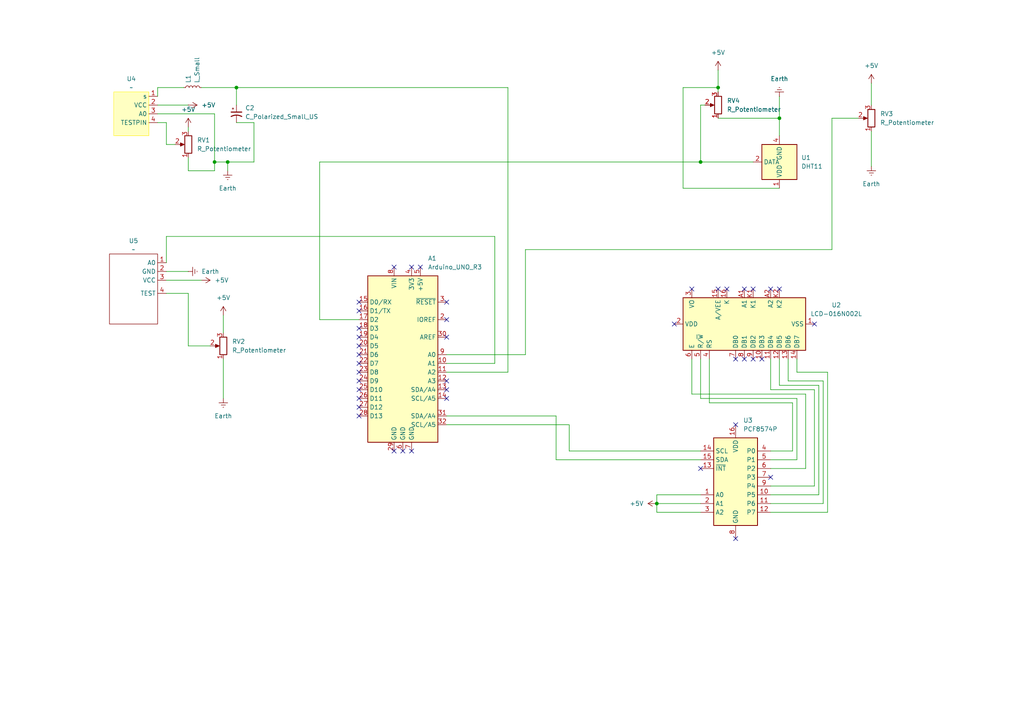
<source format=kicad_sch>
(kicad_sch
	(version 20231120)
	(generator "eeschema")
	(generator_version "8.0")
	(uuid "f51f36bf-694b-4a8e-9797-8f3ef1535eb6")
	(paper "A4")
	(title_block
		(title "Water _alarm ")
		(date "2025-11-03")
		(comment 4 "Author: Julius Mwangi")
	)
	(lib_symbols
		(symbol "Device:C_Polarized_Small_US"
			(pin_numbers hide)
			(pin_names
				(offset 0.254) hide)
			(exclude_from_sim no)
			(in_bom yes)
			(on_board yes)
			(property "Reference" "C"
				(at 0.254 1.778 0)
				(effects
					(font
						(size 1.27 1.27)
					)
					(justify left)
				)
			)
			(property "Value" "C_Polarized_Small_US"
				(at 0.254 -2.032 0)
				(effects
					(font
						(size 1.27 1.27)
					)
					(justify left)
				)
			)
			(property "Footprint" ""
				(at 0 0 0)
				(effects
					(font
						(size 1.27 1.27)
					)
					(hide yes)
				)
			)
			(property "Datasheet" "~"
				(at 0 0 0)
				(effects
					(font
						(size 1.27 1.27)
					)
					(hide yes)
				)
			)
			(property "Description" "Polarized capacitor, small US symbol"
				(at 0 0 0)
				(effects
					(font
						(size 1.27 1.27)
					)
					(hide yes)
				)
			)
			(property "ki_keywords" "cap capacitor"
				(at 0 0 0)
				(effects
					(font
						(size 1.27 1.27)
					)
					(hide yes)
				)
			)
			(property "ki_fp_filters" "CP_*"
				(at 0 0 0)
				(effects
					(font
						(size 1.27 1.27)
					)
					(hide yes)
				)
			)
			(symbol "C_Polarized_Small_US_0_1"
				(polyline
					(pts
						(xy -1.524 0.508) (xy 1.524 0.508)
					)
					(stroke
						(width 0.3048)
						(type default)
					)
					(fill
						(type none)
					)
				)
				(polyline
					(pts
						(xy -1.27 1.524) (xy -0.762 1.524)
					)
					(stroke
						(width 0)
						(type default)
					)
					(fill
						(type none)
					)
				)
				(polyline
					(pts
						(xy -1.016 1.27) (xy -1.016 1.778)
					)
					(stroke
						(width 0)
						(type default)
					)
					(fill
						(type none)
					)
				)
				(arc
					(start 1.524 -0.762)
					(mid 0 -0.3734)
					(end -1.524 -0.762)
					(stroke
						(width 0.3048)
						(type default)
					)
					(fill
						(type none)
					)
				)
			)
			(symbol "C_Polarized_Small_US_1_1"
				(pin passive line
					(at 0 2.54 270)
					(length 2.032)
					(name "~"
						(effects
							(font
								(size 1.27 1.27)
							)
						)
					)
					(number "1"
						(effects
							(font
								(size 1.27 1.27)
							)
						)
					)
				)
				(pin passive line
					(at 0 -2.54 90)
					(length 2.032)
					(name "~"
						(effects
							(font
								(size 1.27 1.27)
							)
						)
					)
					(number "2"
						(effects
							(font
								(size 1.27 1.27)
							)
						)
					)
				)
			)
		)
		(symbol "Device:L_Small"
			(pin_numbers hide)
			(pin_names
				(offset 0.254) hide)
			(exclude_from_sim no)
			(in_bom yes)
			(on_board yes)
			(property "Reference" "L"
				(at 0.762 1.016 0)
				(effects
					(font
						(size 1.27 1.27)
					)
					(justify left)
				)
			)
			(property "Value" "L_Small"
				(at 0.762 -1.016 0)
				(effects
					(font
						(size 1.27 1.27)
					)
					(justify left)
				)
			)
			(property "Footprint" ""
				(at 0 0 0)
				(effects
					(font
						(size 1.27 1.27)
					)
					(hide yes)
				)
			)
			(property "Datasheet" "~"
				(at 0 0 0)
				(effects
					(font
						(size 1.27 1.27)
					)
					(hide yes)
				)
			)
			(property "Description" "Inductor, small symbol"
				(at 0 0 0)
				(effects
					(font
						(size 1.27 1.27)
					)
					(hide yes)
				)
			)
			(property "ki_keywords" "inductor choke coil reactor magnetic"
				(at 0 0 0)
				(effects
					(font
						(size 1.27 1.27)
					)
					(hide yes)
				)
			)
			(property "ki_fp_filters" "Choke_* *Coil* Inductor_* L_*"
				(at 0 0 0)
				(effects
					(font
						(size 1.27 1.27)
					)
					(hide yes)
				)
			)
			(symbol "L_Small_0_1"
				(arc
					(start 0 -2.032)
					(mid 0.5058 -1.524)
					(end 0 -1.016)
					(stroke
						(width 0)
						(type default)
					)
					(fill
						(type none)
					)
				)
				(arc
					(start 0 -1.016)
					(mid 0.5058 -0.508)
					(end 0 0)
					(stroke
						(width 0)
						(type default)
					)
					(fill
						(type none)
					)
				)
				(arc
					(start 0 0)
					(mid 0.5058 0.508)
					(end 0 1.016)
					(stroke
						(width 0)
						(type default)
					)
					(fill
						(type none)
					)
				)
				(arc
					(start 0 1.016)
					(mid 0.5058 1.524)
					(end 0 2.032)
					(stroke
						(width 0)
						(type default)
					)
					(fill
						(type none)
					)
				)
			)
			(symbol "L_Small_1_1"
				(pin passive line
					(at 0 2.54 270)
					(length 0.508)
					(name "~"
						(effects
							(font
								(size 1.27 1.27)
							)
						)
					)
					(number "1"
						(effects
							(font
								(size 1.27 1.27)
							)
						)
					)
				)
				(pin passive line
					(at 0 -2.54 90)
					(length 0.508)
					(name "~"
						(effects
							(font
								(size 1.27 1.27)
							)
						)
					)
					(number "2"
						(effects
							(font
								(size 1.27 1.27)
							)
						)
					)
				)
			)
		)
		(symbol "Device:R_Potentiometer"
			(pin_names
				(offset 1.016) hide)
			(exclude_from_sim no)
			(in_bom yes)
			(on_board yes)
			(property "Reference" "RV"
				(at -4.445 0 90)
				(effects
					(font
						(size 1.27 1.27)
					)
				)
			)
			(property "Value" "R_Potentiometer"
				(at -2.54 0 90)
				(effects
					(font
						(size 1.27 1.27)
					)
				)
			)
			(property "Footprint" ""
				(at 0 0 0)
				(effects
					(font
						(size 1.27 1.27)
					)
					(hide yes)
				)
			)
			(property "Datasheet" "~"
				(at 0 0 0)
				(effects
					(font
						(size 1.27 1.27)
					)
					(hide yes)
				)
			)
			(property "Description" "Potentiometer"
				(at 0 0 0)
				(effects
					(font
						(size 1.27 1.27)
					)
					(hide yes)
				)
			)
			(property "ki_keywords" "resistor variable"
				(at 0 0 0)
				(effects
					(font
						(size 1.27 1.27)
					)
					(hide yes)
				)
			)
			(property "ki_fp_filters" "Potentiometer*"
				(at 0 0 0)
				(effects
					(font
						(size 1.27 1.27)
					)
					(hide yes)
				)
			)
			(symbol "R_Potentiometer_0_1"
				(polyline
					(pts
						(xy 2.54 0) (xy 1.524 0)
					)
					(stroke
						(width 0)
						(type default)
					)
					(fill
						(type none)
					)
				)
				(polyline
					(pts
						(xy 1.143 0) (xy 2.286 0.508) (xy 2.286 -0.508) (xy 1.143 0)
					)
					(stroke
						(width 0)
						(type default)
					)
					(fill
						(type outline)
					)
				)
				(rectangle
					(start 1.016 2.54)
					(end -1.016 -2.54)
					(stroke
						(width 0.254)
						(type default)
					)
					(fill
						(type none)
					)
				)
			)
			(symbol "R_Potentiometer_1_1"
				(pin passive line
					(at 0 3.81 270)
					(length 1.27)
					(name "1"
						(effects
							(font
								(size 1.27 1.27)
							)
						)
					)
					(number "1"
						(effects
							(font
								(size 1.27 1.27)
							)
						)
					)
				)
				(pin passive line
					(at 3.81 0 180)
					(length 1.27)
					(name "2"
						(effects
							(font
								(size 1.27 1.27)
							)
						)
					)
					(number "2"
						(effects
							(font
								(size 1.27 1.27)
							)
						)
					)
				)
				(pin passive line
					(at 0 -3.81 90)
					(length 1.27)
					(name "3"
						(effects
							(font
								(size 1.27 1.27)
							)
						)
					)
					(number "3"
						(effects
							(font
								(size 1.27 1.27)
							)
						)
					)
				)
			)
		)
		(symbol "Display_Character:LCD-016N002L"
			(exclude_from_sim no)
			(in_bom yes)
			(on_board yes)
			(property "Reference" "U"
				(at -6.35 18.796 0)
				(effects
					(font
						(size 1.27 1.27)
					)
				)
			)
			(property "Value" "LCD-016N002L"
				(at 8.636 18.796 0)
				(effects
					(font
						(size 1.27 1.27)
					)
				)
			)
			(property "Footprint" "Display:LCD-016N002L"
				(at 0.508 -23.368 0)
				(effects
					(font
						(size 1.27 1.27)
					)
					(hide yes)
				)
			)
			(property "Datasheet" "http://www.vishay.com/docs/37299/37299.pdf"
				(at 12.7 -7.62 0)
				(effects
					(font
						(size 1.27 1.27)
					)
					(hide yes)
				)
			)
			(property "Description" "LCD 12x2, 8 bit parallel bus, 3V or 5V VDD"
				(at 0 0 0)
				(effects
					(font
						(size 1.27 1.27)
					)
					(hide yes)
				)
			)
			(property "ki_keywords" "display LCD dot-matrix"
				(at 0 0 0)
				(effects
					(font
						(size 1.27 1.27)
					)
					(hide yes)
				)
			)
			(property "ki_fp_filters" "*LCD*016N002L*"
				(at 0 0 0)
				(effects
					(font
						(size 1.27 1.27)
					)
					(hide yes)
				)
			)
			(symbol "LCD-016N002L_1_1"
				(rectangle
					(start -7.62 17.78)
					(end 7.62 -17.78)
					(stroke
						(width 0.254)
						(type default)
					)
					(fill
						(type background)
					)
				)
				(pin power_in line
					(at 0 -20.32 90)
					(length 2.54)
					(name "VSS"
						(effects
							(font
								(size 1.27 1.27)
							)
						)
					)
					(number "1"
						(effects
							(font
								(size 1.27 1.27)
							)
						)
					)
				)
				(pin bidirectional line
					(at -10.16 -5.08 0)
					(length 2.54)
					(name "DB3"
						(effects
							(font
								(size 1.27 1.27)
							)
						)
					)
					(number "10"
						(effects
							(font
								(size 1.27 1.27)
							)
						)
					)
				)
				(pin bidirectional line
					(at -10.16 -7.62 0)
					(length 2.54)
					(name "DB4"
						(effects
							(font
								(size 1.27 1.27)
							)
						)
					)
					(number "11"
						(effects
							(font
								(size 1.27 1.27)
							)
						)
					)
				)
				(pin bidirectional line
					(at -10.16 -10.16 0)
					(length 2.54)
					(name "DB5"
						(effects
							(font
								(size 1.27 1.27)
							)
						)
					)
					(number "12"
						(effects
							(font
								(size 1.27 1.27)
							)
						)
					)
				)
				(pin bidirectional line
					(at -10.16 -12.7 0)
					(length 2.54)
					(name "DB6"
						(effects
							(font
								(size 1.27 1.27)
							)
						)
					)
					(number "13"
						(effects
							(font
								(size 1.27 1.27)
							)
						)
					)
				)
				(pin bidirectional line
					(at -10.16 -15.24 0)
					(length 2.54)
					(name "DB7"
						(effects
							(font
								(size 1.27 1.27)
							)
						)
					)
					(number "14"
						(effects
							(font
								(size 1.27 1.27)
							)
						)
					)
				)
				(pin power_in line
					(at 10.16 7.62 180)
					(length 2.54)
					(name "A/VEE"
						(effects
							(font
								(size 1.27 1.27)
							)
						)
					)
					(number "15"
						(effects
							(font
								(size 1.27 1.27)
							)
						)
					)
				)
				(pin power_in line
					(at 10.16 5.08 180)
					(length 2.54)
					(name "K"
						(effects
							(font
								(size 1.27 1.27)
							)
						)
					)
					(number "16"
						(effects
							(font
								(size 1.27 1.27)
							)
						)
					)
				)
				(pin power_in line
					(at 0 20.32 270)
					(length 2.54)
					(name "VDD"
						(effects
							(font
								(size 1.27 1.27)
							)
						)
					)
					(number "2"
						(effects
							(font
								(size 1.27 1.27)
							)
						)
					)
				)
				(pin input line
					(at 10.16 15.24 180)
					(length 2.54)
					(name "VO"
						(effects
							(font
								(size 1.27 1.27)
							)
						)
					)
					(number "3"
						(effects
							(font
								(size 1.27 1.27)
							)
						)
					)
				)
				(pin input line
					(at -10.16 10.16 0)
					(length 2.54)
					(name "RS"
						(effects
							(font
								(size 1.27 1.27)
							)
						)
					)
					(number "4"
						(effects
							(font
								(size 1.27 1.27)
							)
						)
					)
				)
				(pin input line
					(at -10.16 12.7 0)
					(length 2.54)
					(name "R/~{W}"
						(effects
							(font
								(size 1.27 1.27)
							)
						)
					)
					(number "5"
						(effects
							(font
								(size 1.27 1.27)
							)
						)
					)
				)
				(pin input line
					(at -10.16 15.24 0)
					(length 2.54)
					(name "E"
						(effects
							(font
								(size 1.27 1.27)
							)
						)
					)
					(number "6"
						(effects
							(font
								(size 1.27 1.27)
							)
						)
					)
				)
				(pin bidirectional line
					(at -10.16 2.54 0)
					(length 2.54)
					(name "DB0"
						(effects
							(font
								(size 1.27 1.27)
							)
						)
					)
					(number "7"
						(effects
							(font
								(size 1.27 1.27)
							)
						)
					)
				)
				(pin bidirectional line
					(at -10.16 0 0)
					(length 2.54)
					(name "DB1"
						(effects
							(font
								(size 1.27 1.27)
							)
						)
					)
					(number "8"
						(effects
							(font
								(size 1.27 1.27)
							)
						)
					)
				)
				(pin bidirectional line
					(at -10.16 -2.54 0)
					(length 2.54)
					(name "DB2"
						(effects
							(font
								(size 1.27 1.27)
							)
						)
					)
					(number "9"
						(effects
							(font
								(size 1.27 1.27)
							)
						)
					)
				)
				(pin power_in line
					(at 10.16 0 180)
					(length 2.54)
					(name "A1"
						(effects
							(font
								(size 1.27 1.27)
							)
						)
					)
					(number "A1"
						(effects
							(font
								(size 1.27 1.27)
							)
						)
					)
				)
				(pin power_in line
					(at 10.16 -7.62 180)
					(length 2.54)
					(name "A2"
						(effects
							(font
								(size 1.27 1.27)
							)
						)
					)
					(number "A2"
						(effects
							(font
								(size 1.27 1.27)
							)
						)
					)
				)
				(pin power_in line
					(at 10.16 -2.54 180)
					(length 2.54)
					(name "K1"
						(effects
							(font
								(size 1.27 1.27)
							)
						)
					)
					(number "K1"
						(effects
							(font
								(size 1.27 1.27)
							)
						)
					)
				)
				(pin power_in line
					(at 10.16 -10.16 180)
					(length 2.54)
					(name "K2"
						(effects
							(font
								(size 1.27 1.27)
							)
						)
					)
					(number "K2"
						(effects
							(font
								(size 1.27 1.27)
							)
						)
					)
				)
			)
		)
		(symbol "Interface_Expansion:PCF8574P"
			(exclude_from_sim no)
			(in_bom yes)
			(on_board yes)
			(property "Reference" "U"
				(at -6.35 12.954 0)
				(effects
					(font
						(size 1.27 1.27)
					)
					(justify left)
				)
			)
			(property "Value" "PCF8574P"
				(at 3.048 12.954 0)
				(effects
					(font
						(size 1.27 1.27)
					)
					(justify left)
				)
			)
			(property "Footprint" "Package_DIP:DIP-16_W7.62mm"
				(at 0 0 0)
				(effects
					(font
						(size 1.27 1.27)
					)
					(hide yes)
				)
			)
			(property "Datasheet" "http://www.nxp.com/docs/en/data-sheet/PCF8574_PCF8574A.pdf"
				(at 0 0 0)
				(effects
					(font
						(size 1.27 1.27)
					)
					(hide yes)
				)
			)
			(property "Description" "8 Bit Port/Expander to I2C Bus, fixed address bits 0b0100, DIP-16"
				(at 0 0 0)
				(effects
					(font
						(size 1.27 1.27)
					)
					(hide yes)
				)
			)
			(property "ki_keywords" "I2C Expander"
				(at 0 0 0)
				(effects
					(font
						(size 1.27 1.27)
					)
					(hide yes)
				)
			)
			(property "ki_fp_filters" "DIP*W7.62mm*"
				(at 0 0 0)
				(effects
					(font
						(size 1.27 1.27)
					)
					(hide yes)
				)
			)
			(symbol "PCF8574P_0_1"
				(rectangle
					(start -6.35 -13.97)
					(end 6.35 11.43)
					(stroke
						(width 0.254)
						(type default)
					)
					(fill
						(type background)
					)
				)
			)
			(symbol "PCF8574P_1_1"
				(pin input line
					(at -10.16 -5.08 0)
					(length 3.81)
					(name "A0"
						(effects
							(font
								(size 1.27 1.27)
							)
						)
					)
					(number "1"
						(effects
							(font
								(size 1.27 1.27)
							)
						)
					)
				)
				(pin bidirectional line
					(at 10.16 -5.08 180)
					(length 3.81)
					(name "P5"
						(effects
							(font
								(size 1.27 1.27)
							)
						)
					)
					(number "10"
						(effects
							(font
								(size 1.27 1.27)
							)
						)
					)
				)
				(pin bidirectional line
					(at 10.16 -7.62 180)
					(length 3.81)
					(name "P6"
						(effects
							(font
								(size 1.27 1.27)
							)
						)
					)
					(number "11"
						(effects
							(font
								(size 1.27 1.27)
							)
						)
					)
				)
				(pin bidirectional line
					(at 10.16 -10.16 180)
					(length 3.81)
					(name "P7"
						(effects
							(font
								(size 1.27 1.27)
							)
						)
					)
					(number "12"
						(effects
							(font
								(size 1.27 1.27)
							)
						)
					)
				)
				(pin open_collector line
					(at -10.16 2.54 0)
					(length 3.81)
					(name "~{INT}"
						(effects
							(font
								(size 1.27 1.27)
							)
						)
					)
					(number "13"
						(effects
							(font
								(size 1.27 1.27)
							)
						)
					)
				)
				(pin input line
					(at -10.16 7.62 0)
					(length 3.81)
					(name "SCL"
						(effects
							(font
								(size 1.27 1.27)
							)
						)
					)
					(number "14"
						(effects
							(font
								(size 1.27 1.27)
							)
						)
					)
				)
				(pin bidirectional line
					(at -10.16 5.08 0)
					(length 3.81)
					(name "SDA"
						(effects
							(font
								(size 1.27 1.27)
							)
						)
					)
					(number "15"
						(effects
							(font
								(size 1.27 1.27)
							)
						)
					)
				)
				(pin power_in line
					(at 0 15.24 270)
					(length 3.81)
					(name "VDD"
						(effects
							(font
								(size 1.27 1.27)
							)
						)
					)
					(number "16"
						(effects
							(font
								(size 1.27 1.27)
							)
						)
					)
				)
				(pin input line
					(at -10.16 -7.62 0)
					(length 3.81)
					(name "A1"
						(effects
							(font
								(size 1.27 1.27)
							)
						)
					)
					(number "2"
						(effects
							(font
								(size 1.27 1.27)
							)
						)
					)
				)
				(pin input line
					(at -10.16 -10.16 0)
					(length 3.81)
					(name "A2"
						(effects
							(font
								(size 1.27 1.27)
							)
						)
					)
					(number "3"
						(effects
							(font
								(size 1.27 1.27)
							)
						)
					)
				)
				(pin bidirectional line
					(at 10.16 7.62 180)
					(length 3.81)
					(name "P0"
						(effects
							(font
								(size 1.27 1.27)
							)
						)
					)
					(number "4"
						(effects
							(font
								(size 1.27 1.27)
							)
						)
					)
				)
				(pin bidirectional line
					(at 10.16 5.08 180)
					(length 3.81)
					(name "P1"
						(effects
							(font
								(size 1.27 1.27)
							)
						)
					)
					(number "5"
						(effects
							(font
								(size 1.27 1.27)
							)
						)
					)
				)
				(pin bidirectional line
					(at 10.16 2.54 180)
					(length 3.81)
					(name "P2"
						(effects
							(font
								(size 1.27 1.27)
							)
						)
					)
					(number "6"
						(effects
							(font
								(size 1.27 1.27)
							)
						)
					)
				)
				(pin bidirectional line
					(at 10.16 0 180)
					(length 3.81)
					(name "P3"
						(effects
							(font
								(size 1.27 1.27)
							)
						)
					)
					(number "7"
						(effects
							(font
								(size 1.27 1.27)
							)
						)
					)
				)
				(pin power_in line
					(at 0 -17.78 90)
					(length 3.81)
					(name "GND"
						(effects
							(font
								(size 1.27 1.27)
							)
						)
					)
					(number "8"
						(effects
							(font
								(size 1.27 1.27)
							)
						)
					)
				)
				(pin bidirectional line
					(at 10.16 -2.54 180)
					(length 3.81)
					(name "P4"
						(effects
							(font
								(size 1.27 1.27)
							)
						)
					)
					(number "9"
						(effects
							(font
								(size 1.27 1.27)
							)
						)
					)
				)
			)
		)
		(symbol "MCU_Module:Arduino_UNO_R3"
			(exclude_from_sim no)
			(in_bom yes)
			(on_board yes)
			(property "Reference" "A"
				(at -10.16 23.495 0)
				(effects
					(font
						(size 1.27 1.27)
					)
					(justify left bottom)
				)
			)
			(property "Value" "Arduino_UNO_R3"
				(at 5.08 -26.67 0)
				(effects
					(font
						(size 1.27 1.27)
					)
					(justify left top)
				)
			)
			(property "Footprint" "Module:Arduino_UNO_R3"
				(at 0 0 0)
				(effects
					(font
						(size 1.27 1.27)
						(italic yes)
					)
					(hide yes)
				)
			)
			(property "Datasheet" "https://www.arduino.cc/en/Main/arduinoBoardUno"
				(at 0 0 0)
				(effects
					(font
						(size 1.27 1.27)
					)
					(hide yes)
				)
			)
			(property "Description" "Arduino UNO Microcontroller Module, release 3"
				(at 0 0 0)
				(effects
					(font
						(size 1.27 1.27)
					)
					(hide yes)
				)
			)
			(property "ki_keywords" "Arduino UNO R3 Microcontroller Module Atmel AVR USB"
				(at 0 0 0)
				(effects
					(font
						(size 1.27 1.27)
					)
					(hide yes)
				)
			)
			(property "ki_fp_filters" "Arduino*UNO*R3*"
				(at 0 0 0)
				(effects
					(font
						(size 1.27 1.27)
					)
					(hide yes)
				)
			)
			(symbol "Arduino_UNO_R3_0_1"
				(rectangle
					(start -10.16 22.86)
					(end 10.16 -25.4)
					(stroke
						(width 0.254)
						(type default)
					)
					(fill
						(type background)
					)
				)
			)
			(symbol "Arduino_UNO_R3_1_1"
				(pin no_connect line
					(at -10.16 -20.32 0)
					(length 2.54) hide
					(name "NC"
						(effects
							(font
								(size 1.27 1.27)
							)
						)
					)
					(number "1"
						(effects
							(font
								(size 1.27 1.27)
							)
						)
					)
				)
				(pin bidirectional line
					(at 12.7 -2.54 180)
					(length 2.54)
					(name "A1"
						(effects
							(font
								(size 1.27 1.27)
							)
						)
					)
					(number "10"
						(effects
							(font
								(size 1.27 1.27)
							)
						)
					)
				)
				(pin bidirectional line
					(at 12.7 -5.08 180)
					(length 2.54)
					(name "A2"
						(effects
							(font
								(size 1.27 1.27)
							)
						)
					)
					(number "11"
						(effects
							(font
								(size 1.27 1.27)
							)
						)
					)
				)
				(pin bidirectional line
					(at 12.7 -7.62 180)
					(length 2.54)
					(name "A3"
						(effects
							(font
								(size 1.27 1.27)
							)
						)
					)
					(number "12"
						(effects
							(font
								(size 1.27 1.27)
							)
						)
					)
				)
				(pin bidirectional line
					(at 12.7 -10.16 180)
					(length 2.54)
					(name "SDA/A4"
						(effects
							(font
								(size 1.27 1.27)
							)
						)
					)
					(number "13"
						(effects
							(font
								(size 1.27 1.27)
							)
						)
					)
				)
				(pin bidirectional line
					(at 12.7 -12.7 180)
					(length 2.54)
					(name "SCL/A5"
						(effects
							(font
								(size 1.27 1.27)
							)
						)
					)
					(number "14"
						(effects
							(font
								(size 1.27 1.27)
							)
						)
					)
				)
				(pin bidirectional line
					(at -12.7 15.24 0)
					(length 2.54)
					(name "D0/RX"
						(effects
							(font
								(size 1.27 1.27)
							)
						)
					)
					(number "15"
						(effects
							(font
								(size 1.27 1.27)
							)
						)
					)
				)
				(pin bidirectional line
					(at -12.7 12.7 0)
					(length 2.54)
					(name "D1/TX"
						(effects
							(font
								(size 1.27 1.27)
							)
						)
					)
					(number "16"
						(effects
							(font
								(size 1.27 1.27)
							)
						)
					)
				)
				(pin bidirectional line
					(at -12.7 10.16 0)
					(length 2.54)
					(name "D2"
						(effects
							(font
								(size 1.27 1.27)
							)
						)
					)
					(number "17"
						(effects
							(font
								(size 1.27 1.27)
							)
						)
					)
				)
				(pin bidirectional line
					(at -12.7 7.62 0)
					(length 2.54)
					(name "D3"
						(effects
							(font
								(size 1.27 1.27)
							)
						)
					)
					(number "18"
						(effects
							(font
								(size 1.27 1.27)
							)
						)
					)
				)
				(pin bidirectional line
					(at -12.7 5.08 0)
					(length 2.54)
					(name "D4"
						(effects
							(font
								(size 1.27 1.27)
							)
						)
					)
					(number "19"
						(effects
							(font
								(size 1.27 1.27)
							)
						)
					)
				)
				(pin output line
					(at 12.7 10.16 180)
					(length 2.54)
					(name "IOREF"
						(effects
							(font
								(size 1.27 1.27)
							)
						)
					)
					(number "2"
						(effects
							(font
								(size 1.27 1.27)
							)
						)
					)
				)
				(pin bidirectional line
					(at -12.7 2.54 0)
					(length 2.54)
					(name "D5"
						(effects
							(font
								(size 1.27 1.27)
							)
						)
					)
					(number "20"
						(effects
							(font
								(size 1.27 1.27)
							)
						)
					)
				)
				(pin bidirectional line
					(at -12.7 0 0)
					(length 2.54)
					(name "D6"
						(effects
							(font
								(size 1.27 1.27)
							)
						)
					)
					(number "21"
						(effects
							(font
								(size 1.27 1.27)
							)
						)
					)
				)
				(pin bidirectional line
					(at -12.7 -2.54 0)
					(length 2.54)
					(name "D7"
						(effects
							(font
								(size 1.27 1.27)
							)
						)
					)
					(number "22"
						(effects
							(font
								(size 1.27 1.27)
							)
						)
					)
				)
				(pin bidirectional line
					(at -12.7 -5.08 0)
					(length 2.54)
					(name "D8"
						(effects
							(font
								(size 1.27 1.27)
							)
						)
					)
					(number "23"
						(effects
							(font
								(size 1.27 1.27)
							)
						)
					)
				)
				(pin bidirectional line
					(at -12.7 -7.62 0)
					(length 2.54)
					(name "D9"
						(effects
							(font
								(size 1.27 1.27)
							)
						)
					)
					(number "24"
						(effects
							(font
								(size 1.27 1.27)
							)
						)
					)
				)
				(pin bidirectional line
					(at -12.7 -10.16 0)
					(length 2.54)
					(name "D10"
						(effects
							(font
								(size 1.27 1.27)
							)
						)
					)
					(number "25"
						(effects
							(font
								(size 1.27 1.27)
							)
						)
					)
				)
				(pin bidirectional line
					(at -12.7 -12.7 0)
					(length 2.54)
					(name "D11"
						(effects
							(font
								(size 1.27 1.27)
							)
						)
					)
					(number "26"
						(effects
							(font
								(size 1.27 1.27)
							)
						)
					)
				)
				(pin bidirectional line
					(at -12.7 -15.24 0)
					(length 2.54)
					(name "D12"
						(effects
							(font
								(size 1.27 1.27)
							)
						)
					)
					(number "27"
						(effects
							(font
								(size 1.27 1.27)
							)
						)
					)
				)
				(pin bidirectional line
					(at -12.7 -17.78 0)
					(length 2.54)
					(name "D13"
						(effects
							(font
								(size 1.27 1.27)
							)
						)
					)
					(number "28"
						(effects
							(font
								(size 1.27 1.27)
							)
						)
					)
				)
				(pin power_in line
					(at -2.54 -27.94 90)
					(length 2.54)
					(name "GND"
						(effects
							(font
								(size 1.27 1.27)
							)
						)
					)
					(number "29"
						(effects
							(font
								(size 1.27 1.27)
							)
						)
					)
				)
				(pin input line
					(at 12.7 15.24 180)
					(length 2.54)
					(name "~{RESET}"
						(effects
							(font
								(size 1.27 1.27)
							)
						)
					)
					(number "3"
						(effects
							(font
								(size 1.27 1.27)
							)
						)
					)
				)
				(pin input line
					(at 12.7 5.08 180)
					(length 2.54)
					(name "AREF"
						(effects
							(font
								(size 1.27 1.27)
							)
						)
					)
					(number "30"
						(effects
							(font
								(size 1.27 1.27)
							)
						)
					)
				)
				(pin bidirectional line
					(at 12.7 -17.78 180)
					(length 2.54)
					(name "SDA/A4"
						(effects
							(font
								(size 1.27 1.27)
							)
						)
					)
					(number "31"
						(effects
							(font
								(size 1.27 1.27)
							)
						)
					)
				)
				(pin bidirectional line
					(at 12.7 -20.32 180)
					(length 2.54)
					(name "SCL/A5"
						(effects
							(font
								(size 1.27 1.27)
							)
						)
					)
					(number "32"
						(effects
							(font
								(size 1.27 1.27)
							)
						)
					)
				)
				(pin power_out line
					(at 2.54 25.4 270)
					(length 2.54)
					(name "3V3"
						(effects
							(font
								(size 1.27 1.27)
							)
						)
					)
					(number "4"
						(effects
							(font
								(size 1.27 1.27)
							)
						)
					)
				)
				(pin power_out line
					(at 5.08 25.4 270)
					(length 2.54)
					(name "+5V"
						(effects
							(font
								(size 1.27 1.27)
							)
						)
					)
					(number "5"
						(effects
							(font
								(size 1.27 1.27)
							)
						)
					)
				)
				(pin power_in line
					(at 0 -27.94 90)
					(length 2.54)
					(name "GND"
						(effects
							(font
								(size 1.27 1.27)
							)
						)
					)
					(number "6"
						(effects
							(font
								(size 1.27 1.27)
							)
						)
					)
				)
				(pin power_in line
					(at 2.54 -27.94 90)
					(length 2.54)
					(name "GND"
						(effects
							(font
								(size 1.27 1.27)
							)
						)
					)
					(number "7"
						(effects
							(font
								(size 1.27 1.27)
							)
						)
					)
				)
				(pin power_in line
					(at -2.54 25.4 270)
					(length 2.54)
					(name "VIN"
						(effects
							(font
								(size 1.27 1.27)
							)
						)
					)
					(number "8"
						(effects
							(font
								(size 1.27 1.27)
							)
						)
					)
				)
				(pin bidirectional line
					(at 12.7 0 180)
					(length 2.54)
					(name "A0"
						(effects
							(font
								(size 1.27 1.27)
							)
						)
					)
					(number "9"
						(effects
							(font
								(size 1.27 1.27)
							)
						)
					)
				)
			)
		)
		(symbol "Sensor:DHT11"
			(exclude_from_sim no)
			(in_bom yes)
			(on_board yes)
			(property "Reference" "U"
				(at -3.81 6.35 0)
				(effects
					(font
						(size 1.27 1.27)
					)
				)
			)
			(property "Value" "DHT11"
				(at 3.81 6.35 0)
				(effects
					(font
						(size 1.27 1.27)
					)
				)
			)
			(property "Footprint" "Sensor:Aosong_DHT11_5.5x12.0_P2.54mm"
				(at 0 -10.16 0)
				(effects
					(font
						(size 1.27 1.27)
					)
					(hide yes)
				)
			)
			(property "Datasheet" "http://akizukidenshi.com/download/ds/aosong/DHT11.pdf"
				(at 3.81 6.35 0)
				(effects
					(font
						(size 1.27 1.27)
					)
					(hide yes)
				)
			)
			(property "Description" "3.3V to 5.5V, temperature and humidity module, DHT11"
				(at 0 0 0)
				(effects
					(font
						(size 1.27 1.27)
					)
					(hide yes)
				)
			)
			(property "ki_keywords" "digital sensor"
				(at 0 0 0)
				(effects
					(font
						(size 1.27 1.27)
					)
					(hide yes)
				)
			)
			(property "ki_fp_filters" "Aosong*DHT11*5.5x12.0*P2.54mm*"
				(at 0 0 0)
				(effects
					(font
						(size 1.27 1.27)
					)
					(hide yes)
				)
			)
			(symbol "DHT11_0_1"
				(rectangle
					(start -5.08 5.08)
					(end 5.08 -5.08)
					(stroke
						(width 0.254)
						(type default)
					)
					(fill
						(type background)
					)
				)
			)
			(symbol "DHT11_1_1"
				(pin power_in line
					(at 0 7.62 270)
					(length 2.54)
					(name "VDD"
						(effects
							(font
								(size 1.27 1.27)
							)
						)
					)
					(number "1"
						(effects
							(font
								(size 1.27 1.27)
							)
						)
					)
				)
				(pin bidirectional line
					(at 7.62 0 180)
					(length 2.54)
					(name "DATA"
						(effects
							(font
								(size 1.27 1.27)
							)
						)
					)
					(number "2"
						(effects
							(font
								(size 1.27 1.27)
							)
						)
					)
				)
				(pin no_connect line
					(at -5.08 0 0)
					(length 2.54) hide
					(name "NC"
						(effects
							(font
								(size 1.27 1.27)
							)
						)
					)
					(number "3"
						(effects
							(font
								(size 1.27 1.27)
							)
						)
					)
				)
				(pin power_in line
					(at 0 -7.62 90)
					(length 2.54)
					(name "GND"
						(effects
							(font
								(size 1.27 1.27)
							)
						)
					)
					(number "4"
						(effects
							(font
								(size 1.27 1.27)
							)
						)
					)
				)
			)
		)
		(symbol "ph sensor libraries:ph_sensor"
			(exclude_from_sim no)
			(in_bom yes)
			(on_board yes)
			(property "Reference" "U"
				(at 0 13.97 0)
				(effects
					(font
						(size 1.27 1.27)
					)
				)
			)
			(property "Value" ""
				(at 0 0 0)
				(effects
					(font
						(size 1.27 1.27)
					)
				)
			)
			(property "Footprint" ""
				(at 0 0 0)
				(effects
					(font
						(size 1.27 1.27)
					)
					(hide yes)
				)
			)
			(property "Datasheet" ""
				(at 0 0 0)
				(effects
					(font
						(size 1.27 1.27)
					)
					(hide yes)
				)
			)
			(property "Description" ""
				(at 0 0 0)
				(effects
					(font
						(size 1.27 1.27)
					)
					(hide yes)
				)
			)
			(symbol "ph_sensor_0_1"
				(rectangle
					(start -8.89 6.35)
					(end 5.08 -13.97)
					(stroke
						(width 0)
						(type default)
					)
					(fill
						(type none)
					)
				)
			)
			(symbol "ph_sensor_1_1"
				(pin bidirectional line
					(at 7.62 3.81 180)
					(length 2.54)
					(name "A0"
						(effects
							(font
								(size 1.27 1.27)
							)
						)
					)
					(number "1"
						(effects
							(font
								(size 1.27 1.27)
							)
						)
					)
				)
				(pin bidirectional line
					(at 7.62 1.27 180)
					(length 2.54)
					(name "GND"
						(effects
							(font
								(size 1.27 1.27)
							)
						)
					)
					(number "2"
						(effects
							(font
								(size 1.27 1.27)
							)
						)
					)
				)
				(pin power_in line
					(at 7.62 -1.27 180)
					(length 2.54)
					(name "VCC"
						(effects
							(font
								(size 1.27 1.27)
							)
						)
					)
					(number "3"
						(effects
							(font
								(size 1.27 1.27)
							)
						)
					)
				)
				(pin bidirectional line
					(at 7.62 -5.08 180)
					(length 2.54)
					(name "TEST"
						(effects
							(font
								(size 1.27 1.27)
							)
						)
					)
					(number "4"
						(effects
							(font
								(size 1.27 1.27)
							)
						)
					)
				)
			)
		)
		(symbol "power:+5V"
			(power)
			(pin_numbers hide)
			(pin_names
				(offset 0) hide)
			(exclude_from_sim no)
			(in_bom yes)
			(on_board yes)
			(property "Reference" "#PWR"
				(at 0 -3.81 0)
				(effects
					(font
						(size 1.27 1.27)
					)
					(hide yes)
				)
			)
			(property "Value" "+5V"
				(at 0 3.556 0)
				(effects
					(font
						(size 1.27 1.27)
					)
				)
			)
			(property "Footprint" ""
				(at 0 0 0)
				(effects
					(font
						(size 1.27 1.27)
					)
					(hide yes)
				)
			)
			(property "Datasheet" ""
				(at 0 0 0)
				(effects
					(font
						(size 1.27 1.27)
					)
					(hide yes)
				)
			)
			(property "Description" "Power symbol creates a global label with name \"+5V\""
				(at 0 0 0)
				(effects
					(font
						(size 1.27 1.27)
					)
					(hide yes)
				)
			)
			(property "ki_keywords" "global power"
				(at 0 0 0)
				(effects
					(font
						(size 1.27 1.27)
					)
					(hide yes)
				)
			)
			(symbol "+5V_0_1"
				(polyline
					(pts
						(xy -0.762 1.27) (xy 0 2.54)
					)
					(stroke
						(width 0)
						(type default)
					)
					(fill
						(type none)
					)
				)
				(polyline
					(pts
						(xy 0 0) (xy 0 2.54)
					)
					(stroke
						(width 0)
						(type default)
					)
					(fill
						(type none)
					)
				)
				(polyline
					(pts
						(xy 0 2.54) (xy 0.762 1.27)
					)
					(stroke
						(width 0)
						(type default)
					)
					(fill
						(type none)
					)
				)
			)
			(symbol "+5V_1_1"
				(pin power_in line
					(at 0 0 90)
					(length 0)
					(name "~"
						(effects
							(font
								(size 1.27 1.27)
							)
						)
					)
					(number "1"
						(effects
							(font
								(size 1.27 1.27)
							)
						)
					)
				)
			)
		)
		(symbol "power:Earth"
			(power)
			(pin_numbers hide)
			(pin_names
				(offset 0) hide)
			(exclude_from_sim no)
			(in_bom yes)
			(on_board yes)
			(property "Reference" "#PWR"
				(at 0 -6.35 0)
				(effects
					(font
						(size 1.27 1.27)
					)
					(hide yes)
				)
			)
			(property "Value" "Earth"
				(at 0 -3.81 0)
				(effects
					(font
						(size 1.27 1.27)
					)
				)
			)
			(property "Footprint" ""
				(at 0 0 0)
				(effects
					(font
						(size 1.27 1.27)
					)
					(hide yes)
				)
			)
			(property "Datasheet" "~"
				(at 0 0 0)
				(effects
					(font
						(size 1.27 1.27)
					)
					(hide yes)
				)
			)
			(property "Description" "Power symbol creates a global label with name \"Earth\""
				(at 0 0 0)
				(effects
					(font
						(size 1.27 1.27)
					)
					(hide yes)
				)
			)
			(property "ki_keywords" "global ground gnd"
				(at 0 0 0)
				(effects
					(font
						(size 1.27 1.27)
					)
					(hide yes)
				)
			)
			(symbol "Earth_0_1"
				(polyline
					(pts
						(xy -0.635 -1.905) (xy 0.635 -1.905)
					)
					(stroke
						(width 0)
						(type default)
					)
					(fill
						(type none)
					)
				)
				(polyline
					(pts
						(xy -0.127 -2.54) (xy 0.127 -2.54)
					)
					(stroke
						(width 0)
						(type default)
					)
					(fill
						(type none)
					)
				)
				(polyline
					(pts
						(xy 0 -1.27) (xy 0 0)
					)
					(stroke
						(width 0)
						(type default)
					)
					(fill
						(type none)
					)
				)
				(polyline
					(pts
						(xy 1.27 -1.27) (xy -1.27 -1.27)
					)
					(stroke
						(width 0)
						(type default)
					)
					(fill
						(type none)
					)
				)
			)
			(symbol "Earth_1_1"
				(pin power_in line
					(at 0 0 270)
					(length 0)
					(name "~"
						(effects
							(font
								(size 1.27 1.27)
							)
						)
					)
					(number "1"
						(effects
							(font
								(size 1.27 1.27)
							)
						)
					)
				)
			)
		)
		(symbol "water_sensor_1"
			(exclude_from_sim no)
			(in_bom yes)
			(on_board yes)
			(property "Reference" "U"
				(at 0 20.32 0)
				(effects
					(font
						(size 1.27 1.27)
					)
				)
			)
			(property "Value" ""
				(at 0 0 0)
				(effects
					(font
						(size 1.27 1.27)
					)
				)
			)
			(property "Footprint" ""
				(at 0 0 0)
				(effects
					(font
						(size 1.27 1.27)
					)
					(hide yes)
				)
			)
			(property "Datasheet" ""
				(at 0 0 0)
				(effects
					(font
						(size 1.27 1.27)
					)
					(hide yes)
				)
			)
			(property "Description" ""
				(at 0 0 0)
				(effects
					(font
						(size 1.27 1.27)
					)
					(hide yes)
				)
			)
			(symbol "water_sensor_1_1_1"
				(rectangle
					(start -3.81 6.35)
					(end 6.35 -6.35)
					(stroke
						(width 0)
						(type default)
						(color 255 242 42 1)
					)
					(fill
						(type background)
					)
				)
				(pin bidirectional line
					(at 8.89 5.08 180)
					(length 2.54)
					(name "s"
						(effects
							(font
								(size 1.27 1.27)
							)
						)
					)
					(number "1"
						(effects
							(font
								(size 1.27 1.27)
							)
						)
					)
				)
				(pin power_in line
					(at 8.89 2.54 180)
					(length 2.54)
					(name "VCC"
						(effects
							(font
								(size 1.27 1.27)
							)
						)
					)
					(number "2"
						(effects
							(font
								(size 1.27 1.27)
							)
						)
					)
				)
				(pin bidirectional line
					(at 8.89 0 180)
					(length 2.54)
					(name "A0"
						(effects
							(font
								(size 1.27 1.27)
							)
						)
					)
					(number "3"
						(effects
							(font
								(size 1.27 1.27)
							)
						)
					)
				)
				(pin bidirectional line
					(at 8.89 -2.54 180)
					(length 2.54)
					(name "TESTPIN"
						(effects
							(font
								(size 1.27 1.27)
							)
						)
					)
					(number "4"
						(effects
							(font
								(size 1.27 1.27)
							)
						)
					)
				)
			)
		)
	)
	(junction
		(at 208.28 25.4)
		(diameter 0)
		(color 0 0 0 0)
		(uuid "26b7e6ab-0e6d-42aa-b5ad-67aff7e85c61")
	)
	(junction
		(at 203.2 46.99)
		(diameter 0)
		(color 0 0 0 0)
		(uuid "710615bd-c916-4438-9737-7eaad4e256b7")
	)
	(junction
		(at 190.5 146.05)
		(diameter 0)
		(color 0 0 0 0)
		(uuid "8a722f06-4ca1-45dd-9be3-ddddd53d863b")
	)
	(junction
		(at 66.04 46.99)
		(diameter 0)
		(color 0 0 0 0)
		(uuid "9ef32194-0498-4224-9207-1f3f4511418c")
	)
	(junction
		(at 68.58 25.4)
		(diameter 0)
		(color 0 0 0 0)
		(uuid "b9747ded-d190-4786-9d3a-61bb7f3e5e55")
	)
	(junction
		(at 226.06 34.29)
		(diameter 0)
		(color 0 0 0 0)
		(uuid "f6ae5f51-e75b-4df5-b376-96fdf6e7f494")
	)
	(junction
		(at 62.23 46.99)
		(diameter 0)
		(color 0 0 0 0)
		(uuid "fae23423-fac7-4949-9865-fa87255e20e1")
	)
	(no_connect
		(at 129.54 97.79)
		(uuid "0a5174a7-6122-47b7-86f4-49119020ecb0")
	)
	(no_connect
		(at 223.52 83.82)
		(uuid "0e11ac5e-c292-4f5d-84f5-2eb1530e6f1a")
	)
	(no_connect
		(at 104.14 115.57)
		(uuid "2768025d-c1f7-499d-9ae2-014fa760d9d0")
	)
	(no_connect
		(at 104.14 100.33)
		(uuid "2ba8a9ea-c28a-415b-aa4d-bdfca3b6925b")
	)
	(no_connect
		(at 104.14 102.87)
		(uuid "2cd213de-48f9-47bf-94b3-a2635e21a88a")
	)
	(no_connect
		(at 129.54 87.63)
		(uuid "2e9da145-0e3f-4db1-961c-0f39ca392aa0")
	)
	(no_connect
		(at 119.38 77.47)
		(uuid "372859e1-51fc-483b-8804-7f9827e0aab7")
	)
	(no_connect
		(at 114.3 77.47)
		(uuid "3ed729f5-c574-4644-8435-d9fa2e06ab9a")
	)
	(no_connect
		(at 223.52 138.43)
		(uuid "425933ce-d988-4e51-b745-a0f319e10417")
	)
	(no_connect
		(at 129.54 115.57)
		(uuid "43cc10f2-f738-4326-ab46-f0106838c38e")
	)
	(no_connect
		(at 104.14 113.03)
		(uuid "4b537dde-35e0-4acc-ae24-7dbac6b6a6f4")
	)
	(no_connect
		(at 208.28 83.82)
		(uuid "4bad23af-5030-4162-9290-de82503ef766")
	)
	(no_connect
		(at 203.2 135.89)
		(uuid "5714b0a5-d91a-4d91-896f-c15182633c82")
	)
	(no_connect
		(at 104.14 105.41)
		(uuid "65634757-2a33-4eaa-83ce-dfba772d0c65")
	)
	(no_connect
		(at 104.14 95.25)
		(uuid "6b1c1262-c68d-4591-9285-929812d954bc")
	)
	(no_connect
		(at 200.66 83.82)
		(uuid "6ee3c967-1bd7-4242-b512-b52da52c00c4")
	)
	(no_connect
		(at 104.14 90.17)
		(uuid "78d76938-1837-47d2-893b-5b9acdb4ba71")
	)
	(no_connect
		(at 116.84 130.81)
		(uuid "78e4e962-4ef5-4a9b-815a-b11e787cc3b0")
	)
	(no_connect
		(at 104.14 97.79)
		(uuid "7cf0cb02-a477-42b0-8033-81f9cd5b07a2")
	)
	(no_connect
		(at 104.14 107.95)
		(uuid "81b75756-35dd-487f-af6a-3109ec1b4883")
	)
	(no_connect
		(at 129.54 113.03)
		(uuid "82cbc7ab-f541-4a4d-90bf-98141cb464cb")
	)
	(no_connect
		(at 236.22 93.98)
		(uuid "8507ea3e-5562-4227-9be7-c337f73843d0")
	)
	(no_connect
		(at 213.36 104.14)
		(uuid "8f196a9c-9d09-49ac-8d2d-4bfeb77a87e6")
	)
	(no_connect
		(at 104.14 110.49)
		(uuid "952679fc-5f85-4a31-a8d1-43166fec3b91")
	)
	(no_connect
		(at 104.14 87.63)
		(uuid "9ef21a5b-52b2-489c-953a-762f2f2d6194")
	)
	(no_connect
		(at 218.44 104.14)
		(uuid "ad5ba549-3d10-456a-89c1-324814450c55")
	)
	(no_connect
		(at 213.36 156.21)
		(uuid "af22cbb1-3fdb-4da5-ace6-6ad8173d20f2")
	)
	(no_connect
		(at 119.38 130.81)
		(uuid "b25746e3-2aee-4251-b1c9-a9abc0adf477")
	)
	(no_connect
		(at 210.82 83.82)
		(uuid "b4e396eb-d6c8-4fc6-a912-f0895fe288eb")
	)
	(no_connect
		(at 215.9 104.14)
		(uuid "bd0fa5c4-8cd7-4983-bd5f-d73194d66623")
	)
	(no_connect
		(at 114.3 130.81)
		(uuid "c529aea6-5f51-460c-aed2-b9bfc5b66b91")
	)
	(no_connect
		(at 104.14 120.65)
		(uuid "ca8f46af-b932-44fe-bdb9-9bbdd78379f4")
	)
	(no_connect
		(at 104.14 118.11)
		(uuid "d1c37d86-79f6-4e62-9a62-b672d1f4f363")
	)
	(no_connect
		(at 215.9 83.82)
		(uuid "d4b1b83b-769e-421c-8143-606fb3b691d7")
	)
	(no_connect
		(at 129.54 110.49)
		(uuid "d7d44962-346c-4920-8ad7-fda3091855fd")
	)
	(no_connect
		(at 226.06 83.82)
		(uuid "da93ae5b-865c-479c-a11e-1ef5f0ce7d9f")
	)
	(no_connect
		(at 220.98 104.14)
		(uuid "dd9eb159-5878-45a1-b8b4-aea3938a2c8d")
	)
	(no_connect
		(at 213.36 123.19)
		(uuid "e99406bf-1f85-4e5f-905b-529e3ebc9bed")
	)
	(no_connect
		(at 121.92 77.47)
		(uuid "edd6d7e3-aca1-44da-b41d-02c8bf8b3713")
	)
	(no_connect
		(at 129.54 92.71)
		(uuid "f83d8a45-d534-44cf-bb67-1ed55badca84")
	)
	(no_connect
		(at 195.58 93.98)
		(uuid "f9db64b7-c80e-4a8f-91c3-4d11a1d178bf")
	)
	(no_connect
		(at 218.44 83.82)
		(uuid "fd797463-8f7e-4530-9519-bd13f02347e9")
	)
	(wire
		(pts
			(xy 223.52 113.03) (xy 236.22 113.03)
		)
		(stroke
			(width 0)
			(type default)
		)
		(uuid "037f1381-2b74-4956-9889-9295264181da")
	)
	(wire
		(pts
			(xy 228.6 110.49) (xy 238.76 110.49)
		)
		(stroke
			(width 0)
			(type default)
		)
		(uuid "03db12cd-a40f-420e-b7e3-d77183432359")
	)
	(wire
		(pts
			(xy 203.2 46.99) (xy 218.44 46.99)
		)
		(stroke
			(width 0)
			(type default)
		)
		(uuid "04bf3bd4-ea94-4425-86ef-878c4946dde6")
	)
	(wire
		(pts
			(xy 68.58 25.4) (xy 68.58 30.48)
		)
		(stroke
			(width 0)
			(type default)
		)
		(uuid "04f4df68-7032-42fb-bf40-9667b8bf0e5b")
	)
	(wire
		(pts
			(xy 147.32 107.95) (xy 129.54 107.95)
		)
		(stroke
			(width 0)
			(type default)
		)
		(uuid "059d6fac-a785-41f1-9483-115b87657984")
	)
	(wire
		(pts
			(xy 231.14 133.35) (xy 223.52 133.35)
		)
		(stroke
			(width 0)
			(type default)
		)
		(uuid "11975a6e-5b31-459e-95fd-e744107e4e3f")
	)
	(wire
		(pts
			(xy 147.32 25.4) (xy 147.32 107.95)
		)
		(stroke
			(width 0)
			(type default)
		)
		(uuid "11b9cfca-e03a-478a-86f4-81da03f3e70f")
	)
	(wire
		(pts
			(xy 152.4 72.39) (xy 152.4 102.87)
		)
		(stroke
			(width 0)
			(type default)
		)
		(uuid "11bb21ab-b2d3-4c10-8a12-a3d4b9f97483")
	)
	(wire
		(pts
			(xy 203.2 115.57) (xy 231.14 115.57)
		)
		(stroke
			(width 0)
			(type default)
		)
		(uuid "14b08c73-5ff8-4879-b05c-bc64d1b4360b")
	)
	(wire
		(pts
			(xy 64.77 91.44) (xy 64.77 96.52)
		)
		(stroke
			(width 0)
			(type default)
		)
		(uuid "1576e902-a24c-40d2-955d-43439b32fc41")
	)
	(wire
		(pts
			(xy 240.03 148.59) (xy 223.52 148.59)
		)
		(stroke
			(width 0)
			(type default)
		)
		(uuid "15b9f6c5-0e3d-422e-a029-d76ef6cb7f40")
	)
	(wire
		(pts
			(xy 205.74 116.84) (xy 229.87 116.84)
		)
		(stroke
			(width 0)
			(type default)
		)
		(uuid "16e57a37-aa68-4182-95e7-159ec0067386")
	)
	(wire
		(pts
			(xy 45.72 27.94) (xy 45.72 25.4)
		)
		(stroke
			(width 0)
			(type default)
		)
		(uuid "172bc393-5a49-4162-8395-220011bc0f9a")
	)
	(wire
		(pts
			(xy 238.76 110.49) (xy 238.76 146.05)
		)
		(stroke
			(width 0)
			(type default)
		)
		(uuid "17ec2338-f54c-4c10-ab58-b1c06cf35a8b")
	)
	(wire
		(pts
			(xy 73.66 35.56) (xy 73.66 46.99)
		)
		(stroke
			(width 0)
			(type default)
		)
		(uuid "234dd431-113f-4249-ae15-f71f97e1cc82")
	)
	(wire
		(pts
			(xy 203.2 143.51) (xy 190.5 143.51)
		)
		(stroke
			(width 0)
			(type default)
		)
		(uuid "24055520-eae1-4013-b391-6aba1da27b11")
	)
	(wire
		(pts
			(xy 237.49 111.76) (xy 237.49 143.51)
		)
		(stroke
			(width 0)
			(type default)
		)
		(uuid "242d91a9-f338-4767-8d5c-06f02ef95aab")
	)
	(wire
		(pts
			(xy 48.26 35.56) (xy 48.26 41.91)
		)
		(stroke
			(width 0)
			(type default)
		)
		(uuid "24e36824-b532-48f9-90d4-38f0c354c7f9")
	)
	(wire
		(pts
			(xy 68.58 35.56) (xy 73.66 35.56)
		)
		(stroke
			(width 0)
			(type default)
		)
		(uuid "279677ca-d872-418c-9541-d1729d3743ac")
	)
	(wire
		(pts
			(xy 248.92 34.29) (xy 241.3 34.29)
		)
		(stroke
			(width 0)
			(type default)
		)
		(uuid "27aa80c7-4406-4aff-b23c-88a212033420")
	)
	(wire
		(pts
			(xy 200.66 104.14) (xy 200.66 114.3)
		)
		(stroke
			(width 0)
			(type default)
		)
		(uuid "28806354-7007-4ce0-9550-455582c76683")
	)
	(wire
		(pts
			(xy 62.23 33.02) (xy 62.23 46.99)
		)
		(stroke
			(width 0)
			(type default)
		)
		(uuid "2a3e307d-9c8a-463e-95f4-c5a63e9c5e8a")
	)
	(wire
		(pts
			(xy 152.4 102.87) (xy 129.54 102.87)
		)
		(stroke
			(width 0)
			(type default)
		)
		(uuid "2ddf48b2-eaa3-49a6-ab9c-260720e59dd0")
	)
	(wire
		(pts
			(xy 203.2 133.35) (xy 161.29 133.35)
		)
		(stroke
			(width 0)
			(type default)
		)
		(uuid "32d5b102-fb35-4d9b-9101-070c868aa106")
	)
	(wire
		(pts
			(xy 54.61 49.53) (xy 54.61 45.72)
		)
		(stroke
			(width 0)
			(type default)
		)
		(uuid "38131b24-9448-4fb5-a863-dd746735a54a")
	)
	(wire
		(pts
			(xy 203.2 130.81) (xy 165.1 130.81)
		)
		(stroke
			(width 0)
			(type default)
		)
		(uuid "3b86da9e-c4b6-41d2-b5c4-66b7d46354d9")
	)
	(wire
		(pts
			(xy 231.14 107.95) (xy 240.03 107.95)
		)
		(stroke
			(width 0)
			(type default)
		)
		(uuid "41fc237f-3075-4e2d-a8c9-06837e07df13")
	)
	(wire
		(pts
			(xy 68.58 25.4) (xy 147.32 25.4)
		)
		(stroke
			(width 0)
			(type default)
		)
		(uuid "4325b3df-c35c-442d-bc9b-4d6eaf44add2")
	)
	(wire
		(pts
			(xy 200.66 114.3) (xy 233.68 114.3)
		)
		(stroke
			(width 0)
			(type default)
		)
		(uuid "443a05ee-8328-4a25-84f2-24757cb872cd")
	)
	(wire
		(pts
			(xy 62.23 49.53) (xy 54.61 49.53)
		)
		(stroke
			(width 0)
			(type default)
		)
		(uuid "4660610b-12d7-4af2-99e5-e6fdf719df9d")
	)
	(wire
		(pts
			(xy 226.06 27.94) (xy 226.06 34.29)
		)
		(stroke
			(width 0)
			(type default)
		)
		(uuid "46f8fa91-1ed9-46bd-8de9-20c35fbc5a4c")
	)
	(wire
		(pts
			(xy 45.72 35.56) (xy 48.26 35.56)
		)
		(stroke
			(width 0)
			(type default)
		)
		(uuid "4849c92a-7740-45f9-8c6a-752d6aa327a8")
	)
	(wire
		(pts
			(xy 48.26 76.2) (xy 48.26 68.58)
		)
		(stroke
			(width 0)
			(type default)
		)
		(uuid "4a14108c-b126-4211-9dea-cb5a72e74ef6")
	)
	(wire
		(pts
			(xy 165.1 130.81) (xy 165.1 123.19)
		)
		(stroke
			(width 0)
			(type default)
		)
		(uuid "4b93135f-504b-4669-9f24-8aaf5b541923")
	)
	(wire
		(pts
			(xy 204.47 30.48) (xy 203.2 30.48)
		)
		(stroke
			(width 0)
			(type default)
		)
		(uuid "4c39c0a1-ba85-4257-a502-2b49878b5893")
	)
	(wire
		(pts
			(xy 240.03 107.95) (xy 240.03 148.59)
		)
		(stroke
			(width 0)
			(type default)
		)
		(uuid "52926c0a-9fa4-4246-bfb1-e0ff1735de76")
	)
	(wire
		(pts
			(xy 203.2 30.48) (xy 203.2 46.99)
		)
		(stroke
			(width 0)
			(type default)
		)
		(uuid "52ae2f5a-8c2b-4012-82d2-98873f34bef5")
	)
	(wire
		(pts
			(xy 45.72 30.48) (xy 54.61 30.48)
		)
		(stroke
			(width 0)
			(type default)
		)
		(uuid "54db8002-c439-45b7-a66b-43ca47680223")
	)
	(wire
		(pts
			(xy 161.29 133.35) (xy 161.29 120.65)
		)
		(stroke
			(width 0)
			(type default)
		)
		(uuid "55bfaffa-547f-4787-9f81-f3d71a9b8881")
	)
	(wire
		(pts
			(xy 54.61 85.09) (xy 54.61 100.33)
		)
		(stroke
			(width 0)
			(type default)
		)
		(uuid "5d5912c1-4cb6-4e4d-8a80-2c79bbb1f188")
	)
	(wire
		(pts
			(xy 64.77 104.14) (xy 64.77 115.57)
		)
		(stroke
			(width 0)
			(type default)
		)
		(uuid "5df24fda-1f92-4969-9586-7f2cd04a16d9")
	)
	(wire
		(pts
			(xy 208.28 25.4) (xy 208.28 26.67)
		)
		(stroke
			(width 0)
			(type default)
		)
		(uuid "6608243a-ebcc-49ee-a54d-93e200d24c2f")
	)
	(wire
		(pts
			(xy 231.14 115.57) (xy 231.14 133.35)
		)
		(stroke
			(width 0)
			(type default)
		)
		(uuid "66ff8cc5-2c6c-42de-aa83-ca15d4f1f37a")
	)
	(wire
		(pts
			(xy 48.26 68.58) (xy 143.51 68.58)
		)
		(stroke
			(width 0)
			(type default)
		)
		(uuid "6df2ba2f-f2cd-4c74-b3f7-2b4eea90dd8a")
	)
	(wire
		(pts
			(xy 198.12 54.61) (xy 198.12 25.4)
		)
		(stroke
			(width 0)
			(type default)
		)
		(uuid "78ac92d5-4a42-42d3-a3fb-1c1421328351")
	)
	(wire
		(pts
			(xy 203.2 104.14) (xy 203.2 115.57)
		)
		(stroke
			(width 0)
			(type default)
		)
		(uuid "7d447538-aa34-4043-8e40-9a9ac812e2fd")
	)
	(wire
		(pts
			(xy 104.14 92.71) (xy 92.71 92.71)
		)
		(stroke
			(width 0)
			(type default)
		)
		(uuid "7dcac1ad-ef60-4e90-8c66-6648e1a2510d")
	)
	(wire
		(pts
			(xy 92.71 46.99) (xy 203.2 46.99)
		)
		(stroke
			(width 0)
			(type default)
		)
		(uuid "80f560a0-d3be-449d-99fc-acc96ab64743")
	)
	(wire
		(pts
			(xy 236.22 140.97) (xy 223.52 140.97)
		)
		(stroke
			(width 0)
			(type default)
		)
		(uuid "83df32a3-0b44-4061-9519-9b787502b5ef")
	)
	(wire
		(pts
			(xy 229.87 130.81) (xy 223.52 130.81)
		)
		(stroke
			(width 0)
			(type default)
		)
		(uuid "8447a84d-f84f-493c-8ab2-3dd03dea258c")
	)
	(wire
		(pts
			(xy 237.49 143.51) (xy 223.52 143.51)
		)
		(stroke
			(width 0)
			(type default)
		)
		(uuid "92dae9c2-6716-4aaa-a5f2-d14a8b176585")
	)
	(wire
		(pts
			(xy 203.2 148.59) (xy 190.5 148.59)
		)
		(stroke
			(width 0)
			(type default)
		)
		(uuid "99bffdbe-eb2b-4953-90b3-29c85da12a41")
	)
	(wire
		(pts
			(xy 66.04 49.53) (xy 66.04 46.99)
		)
		(stroke
			(width 0)
			(type default)
		)
		(uuid "99c11c96-e4f8-4211-9f88-d20e2da13483")
	)
	(wire
		(pts
			(xy 73.66 46.99) (xy 66.04 46.99)
		)
		(stroke
			(width 0)
			(type default)
		)
		(uuid "9b8d4315-110b-4293-84d5-47efd30da9b4")
	)
	(wire
		(pts
			(xy 54.61 36.83) (xy 54.61 38.1)
		)
		(stroke
			(width 0)
			(type default)
		)
		(uuid "9c363c2e-ffe5-45f0-b63e-6f5bea78098a")
	)
	(wire
		(pts
			(xy 208.28 34.29) (xy 226.06 34.29)
		)
		(stroke
			(width 0)
			(type default)
		)
		(uuid "9d75aa3b-533e-47bb-b8be-8a1737171e4e")
	)
	(wire
		(pts
			(xy 143.51 105.41) (xy 129.54 105.41)
		)
		(stroke
			(width 0)
			(type default)
		)
		(uuid "9f21e209-e98d-446f-9be3-eb7e870788e5")
	)
	(wire
		(pts
			(xy 223.52 104.14) (xy 223.52 113.03)
		)
		(stroke
			(width 0)
			(type default)
		)
		(uuid "a1849ac2-d570-460f-bf71-379e4661c7f1")
	)
	(wire
		(pts
			(xy 161.29 120.65) (xy 129.54 120.65)
		)
		(stroke
			(width 0)
			(type default)
		)
		(uuid "a36eb95a-5e60-4e7f-8860-1a430dff69c2")
	)
	(wire
		(pts
			(xy 241.3 34.29) (xy 241.3 72.39)
		)
		(stroke
			(width 0)
			(type default)
		)
		(uuid "a4aacdb5-6349-4075-b878-11eb5d68e10a")
	)
	(wire
		(pts
			(xy 48.26 78.74) (xy 54.61 78.74)
		)
		(stroke
			(width 0)
			(type default)
		)
		(uuid "a67996a7-99f3-40bd-bf71-6a4278ae6001")
	)
	(wire
		(pts
			(xy 229.87 116.84) (xy 229.87 130.81)
		)
		(stroke
			(width 0)
			(type default)
		)
		(uuid "ab171426-d697-43b2-b2a7-948427d562a8")
	)
	(wire
		(pts
			(xy 45.72 25.4) (xy 53.34 25.4)
		)
		(stroke
			(width 0)
			(type default)
		)
		(uuid "aee60da7-2c74-4a60-9ac6-5d15b8bf0d88")
	)
	(wire
		(pts
			(xy 190.5 146.05) (xy 203.2 146.05)
		)
		(stroke
			(width 0)
			(type default)
		)
		(uuid "b1976e59-673d-4c24-85bc-aa2af28daddd")
	)
	(wire
		(pts
			(xy 58.42 25.4) (xy 68.58 25.4)
		)
		(stroke
			(width 0)
			(type default)
		)
		(uuid "b66b433a-d969-4750-b4ea-407859464810")
	)
	(wire
		(pts
			(xy 226.06 54.61) (xy 198.12 54.61)
		)
		(stroke
			(width 0)
			(type default)
		)
		(uuid "b712f8fd-5c98-4d12-88cc-0576aea21a7a")
	)
	(wire
		(pts
			(xy 54.61 100.33) (xy 60.96 100.33)
		)
		(stroke
			(width 0)
			(type default)
		)
		(uuid "b9e7ec7e-2b0d-4735-a523-b0054c0dc59d")
	)
	(wire
		(pts
			(xy 62.23 46.99) (xy 62.23 49.53)
		)
		(stroke
			(width 0)
			(type default)
		)
		(uuid "ba13d150-9e3e-4dcf-81eb-393b78166cc0")
	)
	(wire
		(pts
			(xy 236.22 113.03) (xy 236.22 140.97)
		)
		(stroke
			(width 0)
			(type default)
		)
		(uuid "bbb9d4c6-d150-49eb-8089-dd75533f3df8")
	)
	(wire
		(pts
			(xy 252.73 38.1) (xy 252.73 48.26)
		)
		(stroke
			(width 0)
			(type default)
		)
		(uuid "bc3d9ba9-5e17-43fe-be37-bf9ee1a6ccc9")
	)
	(wire
		(pts
			(xy 190.5 148.59) (xy 190.5 146.05)
		)
		(stroke
			(width 0)
			(type default)
		)
		(uuid "bfa664d7-bdbc-4950-8d5b-b62dff582bf7")
	)
	(wire
		(pts
			(xy 233.68 135.89) (xy 223.52 135.89)
		)
		(stroke
			(width 0)
			(type default)
		)
		(uuid "bff08803-0fb9-4c24-b9fd-5b87e9831e6a")
	)
	(wire
		(pts
			(xy 226.06 111.76) (xy 237.49 111.76)
		)
		(stroke
			(width 0)
			(type default)
		)
		(uuid "cb946e5a-7afc-41bc-bca1-c8d25027fce7")
	)
	(wire
		(pts
			(xy 48.26 85.09) (xy 54.61 85.09)
		)
		(stroke
			(width 0)
			(type default)
		)
		(uuid "cfb938e9-1db5-4c8e-a275-c42bdbc3fdb0")
	)
	(wire
		(pts
			(xy 252.73 24.13) (xy 252.73 30.48)
		)
		(stroke
			(width 0)
			(type default)
		)
		(uuid "d5169b07-b59d-430c-85cd-00ef5ece4525")
	)
	(wire
		(pts
			(xy 238.76 146.05) (xy 223.52 146.05)
		)
		(stroke
			(width 0)
			(type default)
		)
		(uuid "d5fa96ff-72a1-476e-9abc-b557e02511ba")
	)
	(wire
		(pts
			(xy 226.06 104.14) (xy 226.06 111.76)
		)
		(stroke
			(width 0)
			(type default)
		)
		(uuid "d9274d16-86eb-4697-af06-3a370687aad5")
	)
	(wire
		(pts
			(xy 48.26 81.28) (xy 58.42 81.28)
		)
		(stroke
			(width 0)
			(type default)
		)
		(uuid "d98db595-1a3c-4f3f-946b-e7b9b5c95db2")
	)
	(wire
		(pts
			(xy 205.74 104.14) (xy 205.74 116.84)
		)
		(stroke
			(width 0)
			(type default)
		)
		(uuid "da112f08-cdab-49ad-aee3-68fa2cd5beba")
	)
	(wire
		(pts
			(xy 66.04 46.99) (xy 62.23 46.99)
		)
		(stroke
			(width 0)
			(type default)
		)
		(uuid "dfbb5e18-66cc-4175-aeb5-d4e3445ee0b0")
	)
	(wire
		(pts
			(xy 233.68 114.3) (xy 233.68 135.89)
		)
		(stroke
			(width 0)
			(type default)
		)
		(uuid "e0ddb9af-ed66-42f7-8a7b-ab3205f00839")
	)
	(wire
		(pts
			(xy 231.14 104.14) (xy 231.14 107.95)
		)
		(stroke
			(width 0)
			(type default)
		)
		(uuid "e1792137-23d0-4856-bfd2-ebe52bb73a1a")
	)
	(wire
		(pts
			(xy 143.51 68.58) (xy 143.51 105.41)
		)
		(stroke
			(width 0)
			(type default)
		)
		(uuid "e2ab86cd-2049-4f91-9092-0421658068fa")
	)
	(wire
		(pts
			(xy 45.72 33.02) (xy 62.23 33.02)
		)
		(stroke
			(width 0)
			(type default)
		)
		(uuid "e737d1ec-718e-4a5b-b631-bfb80c8b1885")
	)
	(wire
		(pts
			(xy 198.12 25.4) (xy 208.28 25.4)
		)
		(stroke
			(width 0)
			(type default)
		)
		(uuid "e73dd38d-e8c5-43a7-84a8-8575ee7a87c1")
	)
	(wire
		(pts
			(xy 165.1 123.19) (xy 129.54 123.19)
		)
		(stroke
			(width 0)
			(type default)
		)
		(uuid "ef7e14af-2656-433c-a2cb-896155b997b0")
	)
	(wire
		(pts
			(xy 190.5 143.51) (xy 190.5 146.05)
		)
		(stroke
			(width 0)
			(type default)
		)
		(uuid "ef9f3fc8-23f9-44cb-8107-d1e321e97504")
	)
	(wire
		(pts
			(xy 48.26 41.91) (xy 50.8 41.91)
		)
		(stroke
			(width 0)
			(type default)
		)
		(uuid "f2480f73-60b1-4f5c-9210-bc9a7744ca5b")
	)
	(wire
		(pts
			(xy 208.28 20.32) (xy 208.28 25.4)
		)
		(stroke
			(width 0)
			(type default)
		)
		(uuid "f2a556a6-9734-4903-a8b1-216c39cdef84")
	)
	(wire
		(pts
			(xy 226.06 34.29) (xy 226.06 39.37)
		)
		(stroke
			(width 0)
			(type default)
		)
		(uuid "f6967d60-018d-4548-bbd5-6a2d237736b6")
	)
	(wire
		(pts
			(xy 92.71 92.71) (xy 92.71 46.99)
		)
		(stroke
			(width 0)
			(type default)
		)
		(uuid "f8e61afe-6099-4a68-a6a3-455af816d225")
	)
	(wire
		(pts
			(xy 241.3 72.39) (xy 152.4 72.39)
		)
		(stroke
			(width 0)
			(type default)
		)
		(uuid "f98af9ae-b6de-4202-9768-d9655ed16dc4")
	)
	(wire
		(pts
			(xy 228.6 104.14) (xy 228.6 110.49)
		)
		(stroke
			(width 0)
			(type default)
		)
		(uuid "fb5709e1-3f07-4548-9455-3c3ee50cb72a")
	)
	(symbol
		(lib_id "power:Earth")
		(at 226.06 27.94 180)
		(unit 1)
		(exclude_from_sim no)
		(in_bom yes)
		(on_board yes)
		(dnp no)
		(fields_autoplaced yes)
		(uuid "0a76b1d7-9a84-40b5-8cc5-43e4477c57b8")
		(property "Reference" "#PWR011"
			(at 226.06 21.59 0)
			(effects
				(font
					(size 1.27 1.27)
				)
				(hide yes)
			)
		)
		(property "Value" "Earth"
			(at 226.06 22.86 0)
			(effects
				(font
					(size 1.27 1.27)
				)
			)
		)
		(property "Footprint" ""
			(at 226.06 27.94 0)
			(effects
				(font
					(size 1.27 1.27)
				)
				(hide yes)
			)
		)
		(property "Datasheet" "~"
			(at 226.06 27.94 0)
			(effects
				(font
					(size 1.27 1.27)
				)
				(hide yes)
			)
		)
		(property "Description" "Power symbol creates a global label with name \"Earth\""
			(at 226.06 27.94 0)
			(effects
				(font
					(size 1.27 1.27)
				)
				(hide yes)
			)
		)
		(pin "1"
			(uuid "60ca5c82-bd0b-42b4-9093-f0a975ad9da6")
		)
		(instances
			(project "circuit _board"
				(path "/f51f36bf-694b-4a8e-9797-8f3ef1535eb6"
					(reference "#PWR011")
					(unit 1)
				)
			)
		)
	)
	(symbol
		(lib_id "power:+5V")
		(at 54.61 36.83 0)
		(unit 1)
		(exclude_from_sim no)
		(in_bom yes)
		(on_board yes)
		(dnp no)
		(fields_autoplaced yes)
		(uuid "1cd7bed7-64dc-4d01-a7ba-87dae00ecb14")
		(property "Reference" "#PWR02"
			(at 54.61 40.64 0)
			(effects
				(font
					(size 1.27 1.27)
				)
				(hide yes)
			)
		)
		(property "Value" "+5V"
			(at 54.61 31.75 0)
			(effects
				(font
					(size 1.27 1.27)
				)
			)
		)
		(property "Footprint" ""
			(at 54.61 36.83 0)
			(effects
				(font
					(size 1.27 1.27)
				)
				(hide yes)
			)
		)
		(property "Datasheet" ""
			(at 54.61 36.83 0)
			(effects
				(font
					(size 1.27 1.27)
				)
				(hide yes)
			)
		)
		(property "Description" "Power symbol creates a global label with name \"+5V\""
			(at 54.61 36.83 0)
			(effects
				(font
					(size 1.27 1.27)
				)
				(hide yes)
			)
		)
		(pin "1"
			(uuid "a4e2decd-41db-4d50-a67c-13c341172fb0")
		)
		(instances
			(project "circuit _board"
				(path "/f51f36bf-694b-4a8e-9797-8f3ef1535eb6"
					(reference "#PWR02")
					(unit 1)
				)
			)
		)
	)
	(symbol
		(lib_id "power:+5V")
		(at 252.73 24.13 0)
		(unit 1)
		(exclude_from_sim no)
		(in_bom yes)
		(on_board yes)
		(dnp no)
		(fields_autoplaced yes)
		(uuid "20a5df85-ceba-42ed-82da-22ed37b5ee98")
		(property "Reference" "#PWR08"
			(at 252.73 27.94 0)
			(effects
				(font
					(size 1.27 1.27)
				)
				(hide yes)
			)
		)
		(property "Value" "+5V"
			(at 252.73 19.05 0)
			(effects
				(font
					(size 1.27 1.27)
				)
			)
		)
		(property "Footprint" ""
			(at 252.73 24.13 0)
			(effects
				(font
					(size 1.27 1.27)
				)
				(hide yes)
			)
		)
		(property "Datasheet" ""
			(at 252.73 24.13 0)
			(effects
				(font
					(size 1.27 1.27)
				)
				(hide yes)
			)
		)
		(property "Description" "Power symbol creates a global label with name \"+5V\""
			(at 252.73 24.13 0)
			(effects
				(font
					(size 1.27 1.27)
				)
				(hide yes)
			)
		)
		(pin "1"
			(uuid "c6b011e1-f88d-4b3b-8e54-85a4ce54342a")
		)
		(instances
			(project "circuit _board"
				(path "/f51f36bf-694b-4a8e-9797-8f3ef1535eb6"
					(reference "#PWR08")
					(unit 1)
				)
			)
		)
	)
	(symbol
		(lib_id "Device:R_Potentiometer")
		(at 208.28 30.48 180)
		(unit 1)
		(exclude_from_sim no)
		(in_bom yes)
		(on_board yes)
		(dnp no)
		(fields_autoplaced yes)
		(uuid "2585e7bc-57bd-47ac-8827-b7faee7e512f")
		(property "Reference" "RV4"
			(at 210.82 29.2099 0)
			(effects
				(font
					(size 1.27 1.27)
				)
				(justify right)
			)
		)
		(property "Value" "R_Potentiometer"
			(at 210.82 31.7499 0)
			(effects
				(font
					(size 1.27 1.27)
				)
				(justify right)
			)
		)
		(property "Footprint" ""
			(at 208.28 30.48 0)
			(effects
				(font
					(size 1.27 1.27)
				)
				(hide yes)
			)
		)
		(property "Datasheet" "~"
			(at 208.28 30.48 0)
			(effects
				(font
					(size 1.27 1.27)
				)
				(hide yes)
			)
		)
		(property "Description" "Potentiometer"
			(at 208.28 30.48 0)
			(effects
				(font
					(size 1.27 1.27)
				)
				(hide yes)
			)
		)
		(pin "1"
			(uuid "60ac4feb-64d3-48ea-946d-c29fb12c8811")
		)
		(pin "2"
			(uuid "c43f2a09-4e87-4a48-92d6-f352c2cd383f")
		)
		(pin "3"
			(uuid "7d908fb8-a81b-4d2c-a346-ee3a9d30f881")
		)
		(instances
			(project "circuit _board"
				(path "/f51f36bf-694b-4a8e-9797-8f3ef1535eb6"
					(reference "RV4")
					(unit 1)
				)
			)
		)
	)
	(symbol
		(lib_id "power:+5V")
		(at 54.61 30.48 270)
		(unit 1)
		(exclude_from_sim no)
		(in_bom yes)
		(on_board yes)
		(dnp no)
		(fields_autoplaced yes)
		(uuid "4006d97b-c0b5-4774-94fa-5262e8d9c3f0")
		(property "Reference" "#PWR01"
			(at 50.8 30.48 0)
			(effects
				(font
					(size 1.27 1.27)
				)
				(hide yes)
			)
		)
		(property "Value" "+5V"
			(at 58.42 30.4799 90)
			(effects
				(font
					(size 1.27 1.27)
				)
				(justify left)
			)
		)
		(property "Footprint" ""
			(at 54.61 30.48 0)
			(effects
				(font
					(size 1.27 1.27)
				)
				(hide yes)
			)
		)
		(property "Datasheet" ""
			(at 54.61 30.48 0)
			(effects
				(font
					(size 1.27 1.27)
				)
				(hide yes)
			)
		)
		(property "Description" "Power symbol creates a global label with name \"+5V\""
			(at 54.61 30.48 0)
			(effects
				(font
					(size 1.27 1.27)
				)
				(hide yes)
			)
		)
		(pin "1"
			(uuid "ad2457a0-536c-4a0e-9643-25516cec8a4f")
		)
		(instances
			(project ""
				(path "/f51f36bf-694b-4a8e-9797-8f3ef1535eb6"
					(reference "#PWR01")
					(unit 1)
				)
			)
		)
	)
	(symbol
		(lib_name "water_sensor_1")
		(lib_id "water sensor libraries:water_sensor")
		(at 36.83 33.02 0)
		(unit 1)
		(exclude_from_sim no)
		(in_bom yes)
		(on_board yes)
		(dnp no)
		(fields_autoplaced yes)
		(uuid "4b34ff38-7d55-431d-b4bf-22eeb67c2a0a")
		(property "Reference" "U4"
			(at 38.1 22.86 0)
			(effects
				(font
					(size 1.27 1.27)
				)
			)
		)
		(property "Value" "~"
			(at 38.1 25.4 0)
			(effects
				(font
					(size 1.27 1.27)
				)
			)
		)
		(property "Footprint" ""
			(at 36.83 33.02 0)
			(effects
				(font
					(size 1.27 1.27)
				)
				(hide yes)
			)
		)
		(property "Datasheet" ""
			(at 36.83 33.02 0)
			(effects
				(font
					(size 1.27 1.27)
				)
				(hide yes)
			)
		)
		(property "Description" ""
			(at 36.83 33.02 0)
			(effects
				(font
					(size 1.27 1.27)
				)
				(hide yes)
			)
		)
		(pin "2"
			(uuid "5acff4a8-6949-4945-b031-b7e2d4a48888")
		)
		(pin "1"
			(uuid "d58973e2-e149-48ae-a0fb-50f84fba3d1f")
		)
		(pin "3"
			(uuid "2e4317f2-5b9f-4623-84ea-9f5e23dfb53d")
		)
		(pin "4"
			(uuid "3d22e901-19b1-43d3-a947-478fdf20ff23")
		)
		(instances
			(project ""
				(path "/f51f36bf-694b-4a8e-9797-8f3ef1535eb6"
					(reference "U4")
					(unit 1)
				)
			)
		)
	)
	(symbol
		(lib_id "power:Earth")
		(at 66.04 49.53 0)
		(unit 1)
		(exclude_from_sim no)
		(in_bom yes)
		(on_board yes)
		(dnp no)
		(fields_autoplaced yes)
		(uuid "4f2ddc7d-ea5f-4a35-8f5b-cb649cb094f0")
		(property "Reference" "#PWR03"
			(at 66.04 55.88 0)
			(effects
				(font
					(size 1.27 1.27)
				)
				(hide yes)
			)
		)
		(property "Value" "Earth"
			(at 66.04 54.61 0)
			(effects
				(font
					(size 1.27 1.27)
				)
			)
		)
		(property "Footprint" ""
			(at 66.04 49.53 0)
			(effects
				(font
					(size 1.27 1.27)
				)
				(hide yes)
			)
		)
		(property "Datasheet" "~"
			(at 66.04 49.53 0)
			(effects
				(font
					(size 1.27 1.27)
				)
				(hide yes)
			)
		)
		(property "Description" "Power symbol creates a global label with name \"Earth\""
			(at 66.04 49.53 0)
			(effects
				(font
					(size 1.27 1.27)
				)
				(hide yes)
			)
		)
		(pin "1"
			(uuid "d3979b9a-cce7-48b0-9bf1-1ae2df4dfffe")
		)
		(instances
			(project ""
				(path "/f51f36bf-694b-4a8e-9797-8f3ef1535eb6"
					(reference "#PWR03")
					(unit 1)
				)
			)
		)
	)
	(symbol
		(lib_id "Device:R_Potentiometer")
		(at 252.73 34.29 180)
		(unit 1)
		(exclude_from_sim no)
		(in_bom yes)
		(on_board yes)
		(dnp no)
		(fields_autoplaced yes)
		(uuid "593aee13-a64c-4e4d-955b-70e6d2c94f1e")
		(property "Reference" "RV3"
			(at 255.27 33.0199 0)
			(effects
				(font
					(size 1.27 1.27)
				)
				(justify right)
			)
		)
		(property "Value" "R_Potentiometer"
			(at 255.27 35.5599 0)
			(effects
				(font
					(size 1.27 1.27)
				)
				(justify right)
			)
		)
		(property "Footprint" ""
			(at 252.73 34.29 0)
			(effects
				(font
					(size 1.27 1.27)
				)
				(hide yes)
			)
		)
		(property "Datasheet" "~"
			(at 252.73 34.29 0)
			(effects
				(font
					(size 1.27 1.27)
				)
				(hide yes)
			)
		)
		(property "Description" "Potentiometer"
			(at 252.73 34.29 0)
			(effects
				(font
					(size 1.27 1.27)
				)
				(hide yes)
			)
		)
		(pin "1"
			(uuid "91ecf185-57d9-4265-8e35-735d1ccb71c8")
		)
		(pin "2"
			(uuid "436c7148-b2a9-475b-8e3e-2a02b2826fa1")
		)
		(pin "3"
			(uuid "ba809797-31a7-489a-8d10-2f8ec1fcf1d3")
		)
		(instances
			(project "circuit _board"
				(path "/f51f36bf-694b-4a8e-9797-8f3ef1535eb6"
					(reference "RV3")
					(unit 1)
				)
			)
		)
	)
	(symbol
		(lib_id "Device:C_Polarized_Small_US")
		(at 68.58 33.02 0)
		(unit 1)
		(exclude_from_sim no)
		(in_bom yes)
		(on_board yes)
		(dnp no)
		(fields_autoplaced yes)
		(uuid "61aae85d-95cf-47e9-9613-7772a1b39940")
		(property "Reference" "C2"
			(at 71.12 31.3181 0)
			(effects
				(font
					(size 1.27 1.27)
				)
				(justify left)
			)
		)
		(property "Value" "C_Polarized_Small_US"
			(at 71.12 33.8581 0)
			(effects
				(font
					(size 1.27 1.27)
				)
				(justify left)
			)
		)
		(property "Footprint" ""
			(at 68.58 33.02 0)
			(effects
				(font
					(size 1.27 1.27)
				)
				(hide yes)
			)
		)
		(property "Datasheet" "~"
			(at 68.58 33.02 0)
			(effects
				(font
					(size 1.27 1.27)
				)
				(hide yes)
			)
		)
		(property "Description" "Polarized capacitor, small US symbol"
			(at 68.58 33.02 0)
			(effects
				(font
					(size 1.27 1.27)
				)
				(hide yes)
			)
		)
		(pin "2"
			(uuid "8a85f51f-d2b2-403e-b6e9-0fcc0c9e7df0")
		)
		(pin "1"
			(uuid "fcc133df-17a9-478e-ab1a-ce05ce9303af")
		)
		(instances
			(project ""
				(path "/f51f36bf-694b-4a8e-9797-8f3ef1535eb6"
					(reference "C2")
					(unit 1)
				)
			)
		)
	)
	(symbol
		(lib_id "Device:R_Potentiometer")
		(at 64.77 100.33 180)
		(unit 1)
		(exclude_from_sim no)
		(in_bom yes)
		(on_board yes)
		(dnp no)
		(fields_autoplaced yes)
		(uuid "689a2a7e-6775-4460-bf0a-f0889811fc3f")
		(property "Reference" "RV2"
			(at 67.31 99.0599 0)
			(effects
				(font
					(size 1.27 1.27)
				)
				(justify right)
			)
		)
		(property "Value" "R_Potentiometer"
			(at 67.31 101.5999 0)
			(effects
				(font
					(size 1.27 1.27)
				)
				(justify right)
			)
		)
		(property "Footprint" ""
			(at 64.77 100.33 0)
			(effects
				(font
					(size 1.27 1.27)
				)
				(hide yes)
			)
		)
		(property "Datasheet" "~"
			(at 64.77 100.33 0)
			(effects
				(font
					(size 1.27 1.27)
				)
				(hide yes)
			)
		)
		(property "Description" "Potentiometer"
			(at 64.77 100.33 0)
			(effects
				(font
					(size 1.27 1.27)
				)
				(hide yes)
			)
		)
		(pin "1"
			(uuid "7131b071-e720-4ab4-b698-e9d9e9976834")
		)
		(pin "2"
			(uuid "247d89a5-601a-4355-9bfe-3b8b601a2a61")
		)
		(pin "3"
			(uuid "6cae6d75-6574-4601-bf97-7c9d3d770227")
		)
		(instances
			(project "circuit _board"
				(path "/f51f36bf-694b-4a8e-9797-8f3ef1535eb6"
					(reference "RV2")
					(unit 1)
				)
			)
		)
	)
	(symbol
		(lib_id "Interface_Expansion:PCF8574P")
		(at 213.36 138.43 0)
		(unit 1)
		(exclude_from_sim no)
		(in_bom yes)
		(on_board yes)
		(dnp no)
		(fields_autoplaced yes)
		(uuid "692cdcb7-c3ce-44b7-93e2-540c108f839c")
		(property "Reference" "U3"
			(at 215.5541 121.92 0)
			(effects
				(font
					(size 1.27 1.27)
				)
				(justify left)
			)
		)
		(property "Value" "PCF8574P"
			(at 215.5541 124.46 0)
			(effects
				(font
					(size 1.27 1.27)
				)
				(justify left)
			)
		)
		(property "Footprint" "Package_DIP:DIP-16_W7.62mm"
			(at 213.36 138.43 0)
			(effects
				(font
					(size 1.27 1.27)
				)
				(hide yes)
			)
		)
		(property "Datasheet" "http://www.nxp.com/docs/en/data-sheet/PCF8574_PCF8574A.pdf"
			(at 213.36 138.43 0)
			(effects
				(font
					(size 1.27 1.27)
				)
				(hide yes)
			)
		)
		(property "Description" "8 Bit Port/Expander to I2C Bus, fixed address bits 0b0100, DIP-16"
			(at 213.36 138.43 0)
			(effects
				(font
					(size 1.27 1.27)
				)
				(hide yes)
			)
		)
		(pin "4"
			(uuid "f9cc752f-ed83-4f18-8862-7b2fd217f04b")
		)
		(pin "1"
			(uuid "403a3a34-87ae-4ba4-94d4-04eb9eb8aa3a")
		)
		(pin "9"
			(uuid "e3867bf4-e563-44a3-a4c2-f5e32258418e")
		)
		(pin "14"
			(uuid "79c8a31f-ee3a-4b7c-b4f5-cc0439561d86")
		)
		(pin "12"
			(uuid "5c483d8e-6d74-455b-9697-bab20bdfeb13")
		)
		(pin "10"
			(uuid "93a3264c-3a56-44bb-89d0-5ae03dfb9f00")
		)
		(pin "11"
			(uuid "01704992-6278-41fc-a8f1-b759df2f6e63")
		)
		(pin "3"
			(uuid "208d7a54-0adf-49db-876d-39f09c1e105d")
		)
		(pin "15"
			(uuid "5f5c391f-c160-40f6-af29-862ba8ef6c81")
		)
		(pin "5"
			(uuid "82952dfe-6ab3-4862-9ad3-19e0e3e0bcfd")
		)
		(pin "8"
			(uuid "115a47fd-5947-4368-ab52-8c5864a064d9")
		)
		(pin "16"
			(uuid "5a95aa54-1267-410e-b45b-0a088c457448")
		)
		(pin "7"
			(uuid "bef5a312-8e7b-4dbe-b0d1-1b22bfc6d0ae")
		)
		(pin "2"
			(uuid "6cc9c1a5-ba12-4bb6-89ac-b9123cf16c67")
		)
		(pin "6"
			(uuid "25d7d54c-41b7-4db1-bfea-7745b2552a57")
		)
		(pin "13"
			(uuid "546c4835-1918-4724-8b94-21b3e3f98627")
		)
		(instances
			(project ""
				(path "/f51f36bf-694b-4a8e-9797-8f3ef1535eb6"
					(reference "U3")
					(unit 1)
				)
			)
		)
	)
	(symbol
		(lib_id "ph sensor libraries:ph_sensor")
		(at 40.64 80.01 0)
		(unit 1)
		(exclude_from_sim no)
		(in_bom yes)
		(on_board yes)
		(dnp no)
		(fields_autoplaced yes)
		(uuid "69669970-7c4a-4620-90d6-79e96e85df47")
		(property "Reference" "U5"
			(at 38.735 69.85 0)
			(effects
				(font
					(size 1.27 1.27)
				)
			)
		)
		(property "Value" "~"
			(at 38.735 72.39 0)
			(effects
				(font
					(size 1.27 1.27)
				)
			)
		)
		(property "Footprint" ""
			(at 40.64 80.01 0)
			(effects
				(font
					(size 1.27 1.27)
				)
				(hide yes)
			)
		)
		(property "Datasheet" ""
			(at 40.64 80.01 0)
			(effects
				(font
					(size 1.27 1.27)
				)
				(hide yes)
			)
		)
		(property "Description" ""
			(at 40.64 80.01 0)
			(effects
				(font
					(size 1.27 1.27)
				)
				(hide yes)
			)
		)
		(pin "2"
			(uuid "311a4dd5-5338-4a84-a65d-935b16db8bb2")
		)
		(pin "4"
			(uuid "5f5494db-dd4e-4bbc-8305-9c60507df074")
		)
		(pin "1"
			(uuid "2c447805-ab7d-4a64-8a18-6a2db1383428")
		)
		(pin "3"
			(uuid "2b633bc8-8339-4cc7-b163-b261f8d31417")
		)
		(instances
			(project ""
				(path "/f51f36bf-694b-4a8e-9797-8f3ef1535eb6"
					(reference "U5")
					(unit 1)
				)
			)
		)
	)
	(symbol
		(lib_id "power:+5V")
		(at 208.28 20.32 0)
		(unit 1)
		(exclude_from_sim no)
		(in_bom yes)
		(on_board yes)
		(dnp no)
		(fields_autoplaced yes)
		(uuid "699246ac-c8f0-447d-8b6c-e7c9c40e1b30")
		(property "Reference" "#PWR010"
			(at 208.28 24.13 0)
			(effects
				(font
					(size 1.27 1.27)
				)
				(hide yes)
			)
		)
		(property "Value" "+5V"
			(at 208.28 15.24 0)
			(effects
				(font
					(size 1.27 1.27)
				)
			)
		)
		(property "Footprint" ""
			(at 208.28 20.32 0)
			(effects
				(font
					(size 1.27 1.27)
				)
				(hide yes)
			)
		)
		(property "Datasheet" ""
			(at 208.28 20.32 0)
			(effects
				(font
					(size 1.27 1.27)
				)
				(hide yes)
			)
		)
		(property "Description" "Power symbol creates a global label with name \"+5V\""
			(at 208.28 20.32 0)
			(effects
				(font
					(size 1.27 1.27)
				)
				(hide yes)
			)
		)
		(pin "1"
			(uuid "fea085ca-3778-4dd3-81b5-ded0a22c2f6a")
		)
		(instances
			(project "circuit _board"
				(path "/f51f36bf-694b-4a8e-9797-8f3ef1535eb6"
					(reference "#PWR010")
					(unit 1)
				)
			)
		)
	)
	(symbol
		(lib_id "Device:L_Small")
		(at 55.88 25.4 90)
		(unit 1)
		(exclude_from_sim no)
		(in_bom yes)
		(on_board yes)
		(dnp no)
		(uuid "70672aeb-4f95-4064-a2db-773a134f1d11")
		(property "Reference" "L1"
			(at 54.6099 24.13 0)
			(effects
				(font
					(size 1.27 1.27)
				)
				(justify left)
			)
		)
		(property "Value" "L_Small"
			(at 57.1499 24.13 0)
			(effects
				(font
					(size 1.27 1.27)
				)
				(justify left)
			)
		)
		(property "Footprint" ""
			(at 55.88 25.4 0)
			(effects
				(font
					(size 1.27 1.27)
				)
				(hide yes)
			)
		)
		(property "Datasheet" "~"
			(at 55.88 25.4 0)
			(effects
				(font
					(size 1.27 1.27)
				)
				(hide yes)
			)
		)
		(property "Description" "Inductor, small symbol"
			(at 55.88 25.4 0)
			(effects
				(font
					(size 1.27 1.27)
				)
				(hide yes)
			)
		)
		(pin "2"
			(uuid "a9295dc0-7fcc-4ae5-9dce-72902aba7512")
		)
		(pin "1"
			(uuid "aa0fbb9c-7735-412a-abbe-2a6c19a45dee")
		)
		(instances
			(project ""
				(path "/f51f36bf-694b-4a8e-9797-8f3ef1535eb6"
					(reference "L1")
					(unit 1)
				)
			)
		)
	)
	(symbol
		(lib_id "power:Earth")
		(at 64.77 115.57 0)
		(unit 1)
		(exclude_from_sim no)
		(in_bom yes)
		(on_board yes)
		(dnp no)
		(fields_autoplaced yes)
		(uuid "73ba1147-0d84-4c03-b152-ef39c03a0641")
		(property "Reference" "#PWR04"
			(at 64.77 121.92 0)
			(effects
				(font
					(size 1.27 1.27)
				)
				(hide yes)
			)
		)
		(property "Value" "Earth"
			(at 64.77 120.65 0)
			(effects
				(font
					(size 1.27 1.27)
				)
			)
		)
		(property "Footprint" ""
			(at 64.77 115.57 0)
			(effects
				(font
					(size 1.27 1.27)
				)
				(hide yes)
			)
		)
		(property "Datasheet" "~"
			(at 64.77 115.57 0)
			(effects
				(font
					(size 1.27 1.27)
				)
				(hide yes)
			)
		)
		(property "Description" "Power symbol creates a global label with name \"Earth\""
			(at 64.77 115.57 0)
			(effects
				(font
					(size 1.27 1.27)
				)
				(hide yes)
			)
		)
		(pin "1"
			(uuid "14185815-accc-418e-9cef-6073264ce5c5")
		)
		(instances
			(project "circuit _board"
				(path "/f51f36bf-694b-4a8e-9797-8f3ef1535eb6"
					(reference "#PWR04")
					(unit 1)
				)
			)
		)
	)
	(symbol
		(lib_id "power:Earth")
		(at 252.73 48.26 0)
		(unit 1)
		(exclude_from_sim no)
		(in_bom yes)
		(on_board yes)
		(dnp no)
		(fields_autoplaced yes)
		(uuid "8b64f351-7346-476d-b4d1-78fa2c9831e6")
		(property "Reference" "#PWR09"
			(at 252.73 54.61 0)
			(effects
				(font
					(size 1.27 1.27)
				)
				(hide yes)
			)
		)
		(property "Value" "Earth"
			(at 252.73 53.34 0)
			(effects
				(font
					(size 1.27 1.27)
				)
			)
		)
		(property "Footprint" ""
			(at 252.73 48.26 0)
			(effects
				(font
					(size 1.27 1.27)
				)
				(hide yes)
			)
		)
		(property "Datasheet" "~"
			(at 252.73 48.26 0)
			(effects
				(font
					(size 1.27 1.27)
				)
				(hide yes)
			)
		)
		(property "Description" "Power symbol creates a global label with name \"Earth\""
			(at 252.73 48.26 0)
			(effects
				(font
					(size 1.27 1.27)
				)
				(hide yes)
			)
		)
		(pin "1"
			(uuid "4307a3ba-720d-4a5f-b808-e7868c18ae02")
		)
		(instances
			(project "circuit _board"
				(path "/f51f36bf-694b-4a8e-9797-8f3ef1535eb6"
					(reference "#PWR09")
					(unit 1)
				)
			)
		)
	)
	(symbol
		(lib_id "power:+5V")
		(at 190.5 146.05 90)
		(unit 1)
		(exclude_from_sim no)
		(in_bom yes)
		(on_board yes)
		(dnp no)
		(fields_autoplaced yes)
		(uuid "9e49f9bf-11ae-4edc-8790-9b6c37d7961b")
		(property "Reference" "#PWR07"
			(at 194.31 146.05 0)
			(effects
				(font
					(size 1.27 1.27)
				)
				(hide yes)
			)
		)
		(property "Value" "+5V"
			(at 186.69 146.0499 90)
			(effects
				(font
					(size 1.27 1.27)
				)
				(justify left)
			)
		)
		(property "Footprint" ""
			(at 190.5 146.05 0)
			(effects
				(font
					(size 1.27 1.27)
				)
				(hide yes)
			)
		)
		(property "Datasheet" ""
			(at 190.5 146.05 0)
			(effects
				(font
					(size 1.27 1.27)
				)
				(hide yes)
			)
		)
		(property "Description" "Power symbol creates a global label with name \"+5V\""
			(at 190.5 146.05 0)
			(effects
				(font
					(size 1.27 1.27)
				)
				(hide yes)
			)
		)
		(pin "1"
			(uuid "02d2edc9-672d-4fc8-a9b5-5ac66660da1b")
		)
		(instances
			(project "circuit _board"
				(path "/f51f36bf-694b-4a8e-9797-8f3ef1535eb6"
					(reference "#PWR07")
					(unit 1)
				)
			)
		)
	)
	(symbol
		(lib_id "power:Earth")
		(at 54.61 78.74 90)
		(unit 1)
		(exclude_from_sim no)
		(in_bom yes)
		(on_board yes)
		(dnp no)
		(fields_autoplaced yes)
		(uuid "9ef259f1-8ca8-49f5-b5b7-d9dc3fdf8e81")
		(property "Reference" "#PWR06"
			(at 60.96 78.74 0)
			(effects
				(font
					(size 1.27 1.27)
				)
				(hide yes)
			)
		)
		(property "Value" "Earth"
			(at 58.42 78.7399 90)
			(effects
				(font
					(size 1.27 1.27)
				)
				(justify right)
			)
		)
		(property "Footprint" ""
			(at 54.61 78.74 0)
			(effects
				(font
					(size 1.27 1.27)
				)
				(hide yes)
			)
		)
		(property "Datasheet" "~"
			(at 54.61 78.74 0)
			(effects
				(font
					(size 1.27 1.27)
				)
				(hide yes)
			)
		)
		(property "Description" "Power symbol creates a global label with name \"Earth\""
			(at 54.61 78.74 0)
			(effects
				(font
					(size 1.27 1.27)
				)
				(hide yes)
			)
		)
		(pin "1"
			(uuid "95c595b1-2c6d-47b7-a2f6-9742d832552f")
		)
		(instances
			(project "circuit _board"
				(path "/f51f36bf-694b-4a8e-9797-8f3ef1535eb6"
					(reference "#PWR06")
					(unit 1)
				)
			)
		)
	)
	(symbol
		(lib_id "MCU_Module:Arduino_UNO_R3")
		(at 116.84 102.87 0)
		(unit 1)
		(exclude_from_sim no)
		(in_bom yes)
		(on_board yes)
		(dnp no)
		(fields_autoplaced yes)
		(uuid "d09d4135-31f4-4ed3-a2eb-c696db7dc8bf")
		(property "Reference" "A1"
			(at 124.1141 74.93 0)
			(effects
				(font
					(size 1.27 1.27)
				)
				(justify left)
			)
		)
		(property "Value" "Arduino_UNO_R3"
			(at 124.1141 77.47 0)
			(effects
				(font
					(size 1.27 1.27)
				)
				(justify left)
			)
		)
		(property "Footprint" "Module:Arduino_UNO_R3"
			(at 116.84 102.87 0)
			(effects
				(font
					(size 1.27 1.27)
					(italic yes)
				)
				(hide yes)
			)
		)
		(property "Datasheet" "https://www.arduino.cc/en/Main/arduinoBoardUno"
			(at 116.84 102.87 0)
			(effects
				(font
					(size 1.27 1.27)
				)
				(hide yes)
			)
		)
		(property "Description" "Arduino UNO Microcontroller Module, release 3"
			(at 116.84 102.87 0)
			(effects
				(font
					(size 1.27 1.27)
				)
				(hide yes)
			)
		)
		(pin "24"
			(uuid "68672e5a-eb10-44de-ba79-01a91dbcbc7d")
		)
		(pin "1"
			(uuid "cd45e401-4310-4fb8-b793-ca9a86135167")
		)
		(pin "25"
			(uuid "d3651af6-2a9d-4275-a1f3-3821a94c75b7")
		)
		(pin "26"
			(uuid "4fc25c8d-6219-4801-a5d8-6012bdf53f59")
		)
		(pin "19"
			(uuid "4966987a-7d84-4ee8-b0ab-9c7794876531")
		)
		(pin "11"
			(uuid "deeebc83-cf7c-4135-a9af-7ce0e6d965cc")
		)
		(pin "18"
			(uuid "da350986-114b-4cbd-8839-e3c99532f6ef")
		)
		(pin "27"
			(uuid "b4a82f02-5129-4f63-8b7b-f17f3604492d")
		)
		(pin "28"
			(uuid "582997b4-fd08-4722-899f-70b80f4138b2")
		)
		(pin "3"
			(uuid "ceb987a1-dcc1-4afa-8c7f-01bf963d965f")
		)
		(pin "30"
			(uuid "b2fbeb33-afae-4091-9382-5664523cb4b1")
		)
		(pin "31"
			(uuid "c33565c4-21b7-414f-8705-10d883efc959")
		)
		(pin "32"
			(uuid "87c639c8-2fc4-49e2-ae7b-31aa3e6cc5fa")
		)
		(pin "13"
			(uuid "ea796de4-4786-4caa-8e6c-0bdedefec9ca")
		)
		(pin "12"
			(uuid "01495873-2fc7-4f3e-bdea-d3a50240b22f")
		)
		(pin "17"
			(uuid "64665d48-de7b-4351-a67d-559335647870")
		)
		(pin "15"
			(uuid "9337228e-6b85-40c5-8f0c-274b01340282")
		)
		(pin "23"
			(uuid "7234ebdf-4908-4125-bef1-e578a61828f1")
		)
		(pin "29"
			(uuid "c42e451b-8942-4ae5-b7c1-4fe2598e6fb5")
		)
		(pin "14"
			(uuid "5e08eef4-0908-4342-a643-3449dc37dfc7")
		)
		(pin "4"
			(uuid "c6f75d3c-c361-49cc-be96-2d8997b2408b")
		)
		(pin "5"
			(uuid "0a67a577-1616-4be9-bc42-4a6dea9d5680")
		)
		(pin "6"
			(uuid "4f27ea07-22ac-4b3c-ae25-2df26e62da25")
		)
		(pin "16"
			(uuid "5d8bd7e1-dbe9-4491-b098-d77eff3743f0")
		)
		(pin "2"
			(uuid "41628db6-c8df-4a4f-be48-489a7eeb4cf1")
		)
		(pin "20"
			(uuid "545050a6-5e9b-416a-aa67-05dcdaa1c3fd")
		)
		(pin "21"
			(uuid "bb261c8c-c627-4eae-90be-3a06e8e347f8")
		)
		(pin "10"
			(uuid "f3204538-ccab-495e-b474-1a5b8378221f")
		)
		(pin "22"
			(uuid "ee205d26-99af-4c89-a0b4-a3c762fac864")
		)
		(pin "8"
			(uuid "7c82132f-7576-488a-a365-2ce29066c02c")
		)
		(pin "7"
			(uuid "731d28cb-63f2-4488-a92a-7a7d385b1331")
		)
		(pin "9"
			(uuid "b2810269-63a1-4c9f-8a4f-9ab4e63391cd")
		)
		(instances
			(project ""
				(path "/f51f36bf-694b-4a8e-9797-8f3ef1535eb6"
					(reference "A1")
					(unit 1)
				)
			)
		)
	)
	(symbol
		(lib_id "Display_Character:LCD-016N002L")
		(at 215.9 93.98 90)
		(unit 1)
		(exclude_from_sim no)
		(in_bom yes)
		(on_board yes)
		(dnp no)
		(fields_autoplaced yes)
		(uuid "d6cf0b77-3d68-44c8-96e9-1784f56e9d18")
		(property "Reference" "U2"
			(at 242.57 88.4838 90)
			(effects
				(font
					(size 1.27 1.27)
				)
			)
		)
		(property "Value" "LCD-016N002L"
			(at 242.57 91.0238 90)
			(effects
				(font
					(size 1.27 1.27)
				)
			)
		)
		(property "Footprint" "Display:LCD-016N002L"
			(at 239.268 93.472 0)
			(effects
				(font
					(size 1.27 1.27)
				)
				(hide yes)
			)
		)
		(property "Datasheet" "http://www.vishay.com/docs/37299/37299.pdf"
			(at 223.52 81.28 0)
			(effects
				(font
					(size 1.27 1.27)
				)
				(hide yes)
			)
		)
		(property "Description" "LCD 12x2, 8 bit parallel bus, 3V or 5V VDD"
			(at 215.9 93.98 0)
			(effects
				(font
					(size 1.27 1.27)
				)
				(hide yes)
			)
		)
		(pin "A2"
			(uuid "d5d97402-79ca-41c1-91e9-66165543f46c")
		)
		(pin "13"
			(uuid "44f832b1-591d-4924-9fab-c293b216c86a")
		)
		(pin "11"
			(uuid "c69de052-d0ae-425e-baa4-256685338379")
		)
		(pin "8"
			(uuid "23ab0c14-ba9b-4545-82d1-ef2744764adc")
		)
		(pin "1"
			(uuid "c372a420-4345-451a-8d15-d40eb9f08b3e")
		)
		(pin "12"
			(uuid "ed161682-f835-419d-8325-8d82bfa4f5ba")
		)
		(pin "5"
			(uuid "e5a100c7-37fb-40b8-b4ea-745d57d062ff")
		)
		(pin "10"
			(uuid "ed4179e5-177b-4c40-ae35-d06db30257f4")
		)
		(pin "2"
			(uuid "3aef7e34-850d-4b2c-81a2-d6b6b66cd0f0")
		)
		(pin "7"
			(uuid "e3bae477-4207-4b0b-a1e5-b73d2d756626")
		)
		(pin "16"
			(uuid "31e98ad9-108c-4349-b607-aa35ed717032")
		)
		(pin "4"
			(uuid "981d509b-7126-4805-a265-567b25e6f67c")
		)
		(pin "K2"
			(uuid "4edd94ea-7c31-4426-9209-0298caa5a58d")
		)
		(pin "9"
			(uuid "2d829013-2cc4-4f10-a0af-9f22f97c7ab4")
		)
		(pin "3"
			(uuid "37ce5dc4-a74d-4b7d-9468-03aed7bd38c5")
		)
		(pin "A1"
			(uuid "5169542e-b5f6-4aec-a25e-79eb6af4171d")
		)
		(pin "6"
			(uuid "9bc501c2-4788-4f4f-b2d2-66a8ca97120c")
		)
		(pin "15"
			(uuid "9ca03a36-b6c0-4fe6-9e0c-023e539d3527")
		)
		(pin "K1"
			(uuid "bd2a0897-2c0f-4195-8e6b-0a68cfe5ec32")
		)
		(pin "14"
			(uuid "2ff5f80c-e644-4893-89db-616e643b6eac")
		)
		(instances
			(project ""
				(path "/f51f36bf-694b-4a8e-9797-8f3ef1535eb6"
					(reference "U2")
					(unit 1)
				)
			)
		)
	)
	(symbol
		(lib_id "power:+5V")
		(at 64.77 91.44 0)
		(unit 1)
		(exclude_from_sim no)
		(in_bom yes)
		(on_board yes)
		(dnp no)
		(fields_autoplaced yes)
		(uuid "dce4c6c9-fe49-4bd3-9d19-a826434283e0")
		(property "Reference" "#PWR05"
			(at 64.77 95.25 0)
			(effects
				(font
					(size 1.27 1.27)
				)
				(hide yes)
			)
		)
		(property "Value" "+5V"
			(at 64.77 86.36 0)
			(effects
				(font
					(size 1.27 1.27)
				)
			)
		)
		(property "Footprint" ""
			(at 64.77 91.44 0)
			(effects
				(font
					(size 1.27 1.27)
				)
				(hide yes)
			)
		)
		(property "Datasheet" ""
			(at 64.77 91.44 0)
			(effects
				(font
					(size 1.27 1.27)
				)
				(hide yes)
			)
		)
		(property "Description" "Power symbol creates a global label with name \"+5V\""
			(at 64.77 91.44 0)
			(effects
				(font
					(size 1.27 1.27)
				)
				(hide yes)
			)
		)
		(pin "1"
			(uuid "46ee8c43-d91b-4e2a-a53c-c4fd4b73297d")
		)
		(instances
			(project "circuit _board"
				(path "/f51f36bf-694b-4a8e-9797-8f3ef1535eb6"
					(reference "#PWR05")
					(unit 1)
				)
			)
		)
	)
	(symbol
		(lib_id "Device:R_Potentiometer")
		(at 54.61 41.91 180)
		(unit 1)
		(exclude_from_sim no)
		(in_bom yes)
		(on_board yes)
		(dnp no)
		(fields_autoplaced yes)
		(uuid "df6569b9-299e-4d03-8df1-e22d93d7f2b4")
		(property "Reference" "RV1"
			(at 57.15 40.6399 0)
			(effects
				(font
					(size 1.27 1.27)
				)
				(justify right)
			)
		)
		(property "Value" "R_Potentiometer"
			(at 57.15 43.1799 0)
			(effects
				(font
					(size 1.27 1.27)
				)
				(justify right)
			)
		)
		(property "Footprint" ""
			(at 54.61 41.91 0)
			(effects
				(font
					(size 1.27 1.27)
				)
				(hide yes)
			)
		)
		(property "Datasheet" "~"
			(at 54.61 41.91 0)
			(effects
				(font
					(size 1.27 1.27)
				)
				(hide yes)
			)
		)
		(property "Description" "Potentiometer"
			(at 54.61 41.91 0)
			(effects
				(font
					(size 1.27 1.27)
				)
				(hide yes)
			)
		)
		(pin "1"
			(uuid "28e2cfee-f224-4708-b7be-ed07a9649710")
		)
		(pin "2"
			(uuid "dd425886-9df1-4720-9c5d-c49ec898e98e")
		)
		(pin "3"
			(uuid "64e19dc6-b0b7-4869-9e14-fcd3138d6fef")
		)
		(instances
			(project ""
				(path "/f51f36bf-694b-4a8e-9797-8f3ef1535eb6"
					(reference "RV1")
					(unit 1)
				)
			)
		)
	)
	(symbol
		(lib_id "Sensor:DHT11")
		(at 226.06 46.99 180)
		(unit 1)
		(exclude_from_sim no)
		(in_bom yes)
		(on_board yes)
		(dnp no)
		(fields_autoplaced yes)
		(uuid "e479c723-6ad4-4c7c-8c29-0555f8755047")
		(property "Reference" "U1"
			(at 232.41 45.7199 0)
			(effects
				(font
					(size 1.27 1.27)
				)
				(justify right)
			)
		)
		(property "Value" "DHT11"
			(at 232.41 48.2599 0)
			(effects
				(font
					(size 1.27 1.27)
				)
				(justify right)
			)
		)
		(property "Footprint" "Sensor:Aosong_DHT11_5.5x12.0_P2.54mm"
			(at 226.06 36.83 0)
			(effects
				(font
					(size 1.27 1.27)
				)
				(hide yes)
			)
		)
		(property "Datasheet" "http://akizukidenshi.com/download/ds/aosong/DHT11.pdf"
			(at 222.25 53.34 0)
			(effects
				(font
					(size 1.27 1.27)
				)
				(hide yes)
			)
		)
		(property "Description" "3.3V to 5.5V, temperature and humidity module, DHT11"
			(at 226.06 46.99 0)
			(effects
				(font
					(size 1.27 1.27)
				)
				(hide yes)
			)
		)
		(pin "1"
			(uuid "fa4190a0-6887-496e-ad5a-54083a41158f")
		)
		(pin "2"
			(uuid "6296f5ec-bd17-40da-9625-1e25db851606")
		)
		(pin "3"
			(uuid "0022a186-f133-4564-973e-c52a43b482b1")
		)
		(pin "4"
			(uuid "73631794-c098-42bb-8f2c-4e2451a0b591")
		)
		(instances
			(project ""
				(path "/f51f36bf-694b-4a8e-9797-8f3ef1535eb6"
					(reference "U1")
					(unit 1)
				)
			)
		)
	)
	(symbol
		(lib_id "power:+5V")
		(at 58.42 81.28 270)
		(unit 1)
		(exclude_from_sim no)
		(in_bom yes)
		(on_board yes)
		(dnp no)
		(fields_autoplaced yes)
		(uuid "fe3b993a-b7c7-4a4a-a19a-329e7e59e78d")
		(property "Reference" "#PWR012"
			(at 54.61 81.28 0)
			(effects
				(font
					(size 1.27 1.27)
				)
				(hide yes)
			)
		)
		(property "Value" "+5V"
			(at 62.23 81.2799 90)
			(effects
				(font
					(size 1.27 1.27)
				)
				(justify left)
			)
		)
		(property "Footprint" ""
			(at 58.42 81.28 0)
			(effects
				(font
					(size 1.27 1.27)
				)
				(hide yes)
			)
		)
		(property "Datasheet" ""
			(at 58.42 81.28 0)
			(effects
				(font
					(size 1.27 1.27)
				)
				(hide yes)
			)
		)
		(property "Description" "Power symbol creates a global label with name \"+5V\""
			(at 58.42 81.28 0)
			(effects
				(font
					(size 1.27 1.27)
				)
				(hide yes)
			)
		)
		(pin "1"
			(uuid "aa455fd3-fa0f-494f-a078-a315dce0aee2")
		)
		(instances
			(project "circuit _board"
				(path "/f51f36bf-694b-4a8e-9797-8f3ef1535eb6"
					(reference "#PWR012")
					(unit 1)
				)
			)
		)
	)
	(sheet_instances
		(path "/"
			(page "1")
		)
	)
)

</source>
